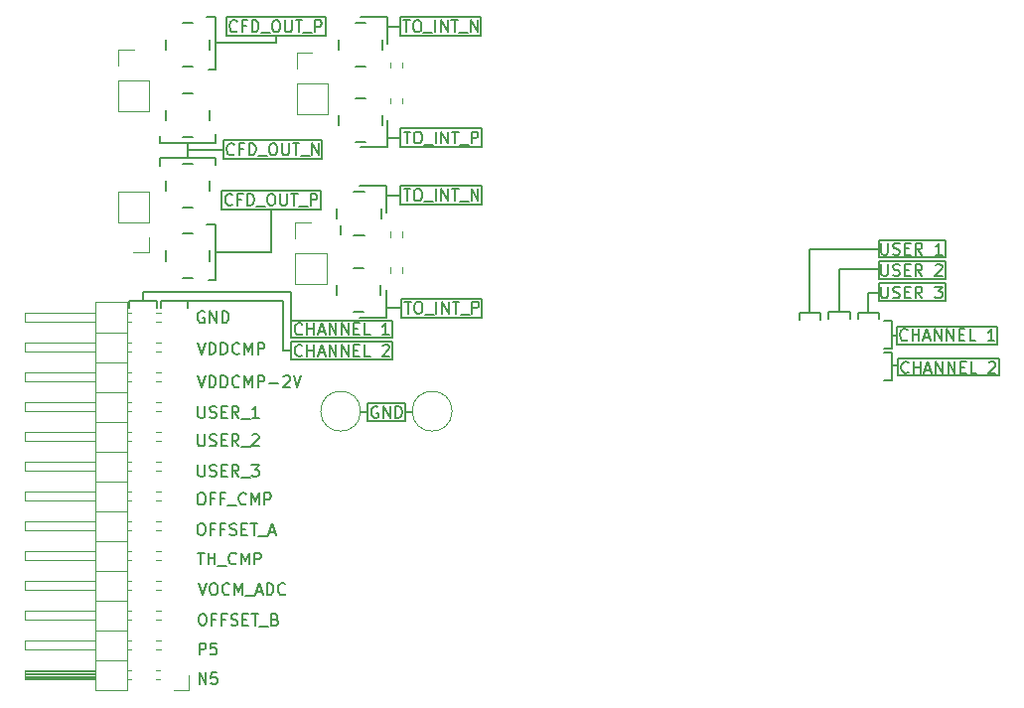
<source format=gbr>
%TF.GenerationSoftware,KiCad,Pcbnew,7.0.9*%
%TF.CreationDate,2024-07-19T10:23:14+02:00*%
%TF.ProjectId,signal_sniffer,7369676e-616c-45f7-936e-69666665722e,rev?*%
%TF.SameCoordinates,Original*%
%TF.FileFunction,Legend,Top*%
%TF.FilePolarity,Positive*%
%FSLAX46Y46*%
G04 Gerber Fmt 4.6, Leading zero omitted, Abs format (unit mm)*
G04 Created by KiCad (PCBNEW 7.0.9) date 2024-07-19 10:23:14*
%MOMM*%
%LPD*%
G01*
G04 APERTURE LIST*
%ADD10C,0.150000*%
%ADD11C,0.120000*%
%ADD12C,0.152400*%
G04 APERTURE END LIST*
D10*
X93000000Y-45650000D02*
X93400000Y-45650000D01*
X108800000Y-53800000D02*
X107700000Y-53800000D01*
X105300000Y-69100000D02*
X107600000Y-69100000D01*
X90600000Y-67700000D02*
X91800000Y-67700000D01*
X151100000Y-70650000D02*
X150700000Y-70650000D01*
X98200000Y-45100000D02*
X98200000Y-45600000D01*
X85700000Y-68300000D02*
X85700000Y-67700000D01*
X90650000Y-55500000D02*
X90650000Y-54200000D01*
X97200000Y-63550000D02*
X97800000Y-63550000D01*
X108800000Y-58700000D02*
X107700000Y-58700000D01*
X93000000Y-53450000D02*
X93000000Y-54150000D01*
X150700000Y-71800000D02*
X150000000Y-71800000D01*
X99500000Y-69600000D02*
X99500000Y-66900000D01*
X85700000Y-67700000D02*
X88000000Y-67700000D01*
X151100000Y-69900000D02*
X159700000Y-69900000D01*
X159700000Y-71400000D01*
X151100000Y-71400000D01*
X151100000Y-69900000D01*
X88350000Y-67700000D02*
X90650000Y-67700000D01*
X93000000Y-65900000D02*
X92400000Y-65900000D01*
X106000000Y-76400000D02*
X109200000Y-76400000D01*
X109200000Y-77900000D01*
X106000000Y-77900000D01*
X106000000Y-76400000D01*
X108750000Y-44300000D02*
X107700000Y-44300000D01*
X108850000Y-67500000D02*
X115750000Y-67500000D01*
X115750000Y-69100000D01*
X108850000Y-69100000D01*
X108850000Y-67500000D01*
X93400000Y-45650000D02*
X98200000Y-45650000D01*
X93550000Y-58300000D02*
X102050000Y-58300000D01*
X102050000Y-59900000D01*
X93550000Y-59900000D01*
X93550000Y-58300000D01*
X148700000Y-67000000D02*
X148700000Y-68700000D01*
X105400000Y-54600000D02*
X107700000Y-54600000D01*
X93000000Y-54200000D02*
X88300000Y-54200000D01*
X150700000Y-69400000D02*
X150700000Y-71800000D01*
X142800000Y-69300000D02*
X142800000Y-68750000D01*
X108850000Y-68300000D02*
X107600000Y-68300000D01*
X107700000Y-43600000D02*
X107700000Y-43500000D01*
X86850000Y-66900000D02*
X99500000Y-66900000D01*
X88000000Y-67700000D02*
X88000000Y-68300000D01*
X97800000Y-59900000D02*
X97800000Y-63550000D01*
X150000000Y-69400000D02*
X150700000Y-69400000D01*
X147100000Y-68650000D02*
X147100000Y-69200000D01*
X143700000Y-63300000D02*
X143700000Y-68750000D01*
X86850000Y-67700000D02*
X86850000Y-66900000D01*
X107700000Y-43500000D02*
X105400000Y-43500000D01*
X150700000Y-73200000D02*
X151200000Y-73200000D01*
X142800000Y-68750000D02*
X144600000Y-68750000D01*
X88300000Y-56200000D02*
X88300000Y-55500000D01*
X149550000Y-64300000D02*
X155250000Y-64300000D01*
X155250000Y-65800000D01*
X149550000Y-65800000D01*
X149550000Y-64300000D01*
X93000000Y-63550000D02*
X93400000Y-63550000D01*
X93950000Y-43500000D02*
X102450000Y-43500000D01*
X102450000Y-45100000D01*
X93950000Y-45100000D01*
X93950000Y-43500000D01*
X148225000Y-63300000D02*
X143700000Y-63300000D01*
X108800000Y-57900000D02*
X115700000Y-57900000D01*
X115700000Y-59500000D01*
X108800000Y-59500000D01*
X108800000Y-57900000D01*
X149550000Y-66200000D02*
X155250000Y-66200000D01*
X155250000Y-67700000D01*
X149550000Y-67700000D01*
X149550000Y-66200000D01*
X149600000Y-68700000D02*
X149600000Y-69250000D01*
X98800000Y-71950000D02*
X98800000Y-67700000D01*
X93000000Y-43500000D02*
X93000000Y-48000000D01*
X88350000Y-68300000D02*
X88350000Y-67700000D01*
X93400000Y-63550000D02*
X97200000Y-63550000D01*
X145300000Y-68650000D02*
X147100000Y-68650000D01*
X93000000Y-48000000D02*
X92400000Y-48000000D01*
X92300000Y-61200000D02*
X93000000Y-61200000D01*
X88300000Y-54200000D02*
X88300000Y-53600000D01*
X150700000Y-74500000D02*
X150000000Y-74500000D01*
X107600000Y-69100000D02*
X107600000Y-66800000D01*
X145300000Y-69200000D02*
X145300000Y-68650000D01*
X90650000Y-54800000D02*
X93700000Y-54800000D01*
X150000000Y-72100000D02*
X150700000Y-72100000D01*
X148225000Y-63300000D02*
X149575000Y-63300000D01*
X108750000Y-43500000D02*
X115650000Y-43500000D01*
X115650000Y-45100000D01*
X108750000Y-45100000D01*
X108750000Y-43500000D01*
X150700000Y-72100000D02*
X150700000Y-74500000D01*
X107700000Y-45800000D02*
X107700000Y-43600000D01*
X93000000Y-61200000D02*
X93000000Y-65900000D01*
X93700000Y-54000000D02*
X102100000Y-54000000D01*
X102100000Y-55600000D01*
X93700000Y-55600000D01*
X93700000Y-54000000D01*
X105300000Y-57900000D02*
X107600000Y-57900000D01*
X99500000Y-69400000D02*
X108100000Y-69400000D01*
X108100000Y-70850000D01*
X99500000Y-70850000D01*
X99500000Y-69400000D01*
X148700000Y-67000000D02*
X149550000Y-67000000D01*
X147800000Y-69250000D02*
X147800000Y-68700000D01*
X99500000Y-71200000D02*
X108100000Y-71200000D01*
X108100000Y-72700000D01*
X99500000Y-72700000D01*
X99500000Y-71200000D01*
X88300000Y-55500000D02*
X93000000Y-55500000D01*
X107600000Y-57900000D02*
X107600000Y-60200000D01*
X92300000Y-43500000D02*
X93000000Y-43500000D01*
X146200000Y-65000000D02*
X146200000Y-68650000D01*
X149550000Y-62500000D02*
X155250000Y-62500000D01*
X155250000Y-64000000D01*
X149550000Y-64000000D01*
X149550000Y-62500000D01*
X109200000Y-77150000D02*
X109800000Y-77150000D01*
X149500000Y-65000000D02*
X146225000Y-65000000D01*
X90650000Y-67700000D02*
X90650000Y-68300000D01*
X98800000Y-71950000D02*
X99500000Y-71950000D01*
X147800000Y-68700000D02*
X149600000Y-68700000D01*
X93000000Y-55500000D02*
X93000000Y-56100000D01*
X107700000Y-54600000D02*
X107700000Y-52300000D01*
X103700000Y-62000000D02*
X103700000Y-61300000D01*
X151200000Y-72625000D02*
X159800000Y-72625000D01*
X159800000Y-74075000D01*
X151200000Y-74075000D01*
X151200000Y-72625000D01*
X144600000Y-68750000D02*
X144600000Y-69300000D01*
X98800000Y-67700000D02*
X91800000Y-67700000D01*
X106000000Y-77150000D02*
X105400000Y-77150000D01*
X108800000Y-53000000D02*
X115700000Y-53000000D01*
X115700000Y-54600000D01*
X108800000Y-54600000D01*
X108800000Y-53000000D01*
X91593922Y-91769819D02*
X91927255Y-92769819D01*
X91927255Y-92769819D02*
X92260588Y-91769819D01*
X92784398Y-91769819D02*
X92974874Y-91769819D01*
X92974874Y-91769819D02*
X93070112Y-91817438D01*
X93070112Y-91817438D02*
X93165350Y-91912676D01*
X93165350Y-91912676D02*
X93212969Y-92103152D01*
X93212969Y-92103152D02*
X93212969Y-92436485D01*
X93212969Y-92436485D02*
X93165350Y-92626961D01*
X93165350Y-92626961D02*
X93070112Y-92722200D01*
X93070112Y-92722200D02*
X92974874Y-92769819D01*
X92974874Y-92769819D02*
X92784398Y-92769819D01*
X92784398Y-92769819D02*
X92689160Y-92722200D01*
X92689160Y-92722200D02*
X92593922Y-92626961D01*
X92593922Y-92626961D02*
X92546303Y-92436485D01*
X92546303Y-92436485D02*
X92546303Y-92103152D01*
X92546303Y-92103152D02*
X92593922Y-91912676D01*
X92593922Y-91912676D02*
X92689160Y-91817438D01*
X92689160Y-91817438D02*
X92784398Y-91769819D01*
X94212969Y-92674580D02*
X94165350Y-92722200D01*
X94165350Y-92722200D02*
X94022493Y-92769819D01*
X94022493Y-92769819D02*
X93927255Y-92769819D01*
X93927255Y-92769819D02*
X93784398Y-92722200D01*
X93784398Y-92722200D02*
X93689160Y-92626961D01*
X93689160Y-92626961D02*
X93641541Y-92531723D01*
X93641541Y-92531723D02*
X93593922Y-92341247D01*
X93593922Y-92341247D02*
X93593922Y-92198390D01*
X93593922Y-92198390D02*
X93641541Y-92007914D01*
X93641541Y-92007914D02*
X93689160Y-91912676D01*
X93689160Y-91912676D02*
X93784398Y-91817438D01*
X93784398Y-91817438D02*
X93927255Y-91769819D01*
X93927255Y-91769819D02*
X94022493Y-91769819D01*
X94022493Y-91769819D02*
X94165350Y-91817438D01*
X94165350Y-91817438D02*
X94212969Y-91865057D01*
X94641541Y-92769819D02*
X94641541Y-91769819D01*
X94641541Y-91769819D02*
X94974874Y-92484104D01*
X94974874Y-92484104D02*
X95308207Y-91769819D01*
X95308207Y-91769819D02*
X95308207Y-92769819D01*
X95546303Y-92865057D02*
X96308207Y-92865057D01*
X96498684Y-92484104D02*
X96974874Y-92484104D01*
X96403446Y-92769819D02*
X96736779Y-91769819D01*
X96736779Y-91769819D02*
X97070112Y-92769819D01*
X97403446Y-92769819D02*
X97403446Y-91769819D01*
X97403446Y-91769819D02*
X97641541Y-91769819D01*
X97641541Y-91769819D02*
X97784398Y-91817438D01*
X97784398Y-91817438D02*
X97879636Y-91912676D01*
X97879636Y-91912676D02*
X97927255Y-92007914D01*
X97927255Y-92007914D02*
X97974874Y-92198390D01*
X97974874Y-92198390D02*
X97974874Y-92341247D01*
X97974874Y-92341247D02*
X97927255Y-92531723D01*
X97927255Y-92531723D02*
X97879636Y-92626961D01*
X97879636Y-92626961D02*
X97784398Y-92722200D01*
X97784398Y-92722200D02*
X97641541Y-92769819D01*
X97641541Y-92769819D02*
X97403446Y-92769819D01*
X98974874Y-92674580D02*
X98927255Y-92722200D01*
X98927255Y-92722200D02*
X98784398Y-92769819D01*
X98784398Y-92769819D02*
X98689160Y-92769819D01*
X98689160Y-92769819D02*
X98546303Y-92722200D01*
X98546303Y-92722200D02*
X98451065Y-92626961D01*
X98451065Y-92626961D02*
X98403446Y-92531723D01*
X98403446Y-92531723D02*
X98355827Y-92341247D01*
X98355827Y-92341247D02*
X98355827Y-92198390D01*
X98355827Y-92198390D02*
X98403446Y-92007914D01*
X98403446Y-92007914D02*
X98451065Y-91912676D01*
X98451065Y-91912676D02*
X98546303Y-91817438D01*
X98546303Y-91817438D02*
X98689160Y-91769819D01*
X98689160Y-91769819D02*
X98784398Y-91769819D01*
X98784398Y-91769819D02*
X98927255Y-91817438D01*
X98927255Y-91817438D02*
X98974874Y-91865057D01*
X94608207Y-55174580D02*
X94560588Y-55222200D01*
X94560588Y-55222200D02*
X94417731Y-55269819D01*
X94417731Y-55269819D02*
X94322493Y-55269819D01*
X94322493Y-55269819D02*
X94179636Y-55222200D01*
X94179636Y-55222200D02*
X94084398Y-55126961D01*
X94084398Y-55126961D02*
X94036779Y-55031723D01*
X94036779Y-55031723D02*
X93989160Y-54841247D01*
X93989160Y-54841247D02*
X93989160Y-54698390D01*
X93989160Y-54698390D02*
X94036779Y-54507914D01*
X94036779Y-54507914D02*
X94084398Y-54412676D01*
X94084398Y-54412676D02*
X94179636Y-54317438D01*
X94179636Y-54317438D02*
X94322493Y-54269819D01*
X94322493Y-54269819D02*
X94417731Y-54269819D01*
X94417731Y-54269819D02*
X94560588Y-54317438D01*
X94560588Y-54317438D02*
X94608207Y-54365057D01*
X95370112Y-54746009D02*
X95036779Y-54746009D01*
X95036779Y-55269819D02*
X95036779Y-54269819D01*
X95036779Y-54269819D02*
X95512969Y-54269819D01*
X95893922Y-55269819D02*
X95893922Y-54269819D01*
X95893922Y-54269819D02*
X96132017Y-54269819D01*
X96132017Y-54269819D02*
X96274874Y-54317438D01*
X96274874Y-54317438D02*
X96370112Y-54412676D01*
X96370112Y-54412676D02*
X96417731Y-54507914D01*
X96417731Y-54507914D02*
X96465350Y-54698390D01*
X96465350Y-54698390D02*
X96465350Y-54841247D01*
X96465350Y-54841247D02*
X96417731Y-55031723D01*
X96417731Y-55031723D02*
X96370112Y-55126961D01*
X96370112Y-55126961D02*
X96274874Y-55222200D01*
X96274874Y-55222200D02*
X96132017Y-55269819D01*
X96132017Y-55269819D02*
X95893922Y-55269819D01*
X96655827Y-55365057D02*
X97417731Y-55365057D01*
X97846303Y-54269819D02*
X98036779Y-54269819D01*
X98036779Y-54269819D02*
X98132017Y-54317438D01*
X98132017Y-54317438D02*
X98227255Y-54412676D01*
X98227255Y-54412676D02*
X98274874Y-54603152D01*
X98274874Y-54603152D02*
X98274874Y-54936485D01*
X98274874Y-54936485D02*
X98227255Y-55126961D01*
X98227255Y-55126961D02*
X98132017Y-55222200D01*
X98132017Y-55222200D02*
X98036779Y-55269819D01*
X98036779Y-55269819D02*
X97846303Y-55269819D01*
X97846303Y-55269819D02*
X97751065Y-55222200D01*
X97751065Y-55222200D02*
X97655827Y-55126961D01*
X97655827Y-55126961D02*
X97608208Y-54936485D01*
X97608208Y-54936485D02*
X97608208Y-54603152D01*
X97608208Y-54603152D02*
X97655827Y-54412676D01*
X97655827Y-54412676D02*
X97751065Y-54317438D01*
X97751065Y-54317438D02*
X97846303Y-54269819D01*
X98703446Y-54269819D02*
X98703446Y-55079342D01*
X98703446Y-55079342D02*
X98751065Y-55174580D01*
X98751065Y-55174580D02*
X98798684Y-55222200D01*
X98798684Y-55222200D02*
X98893922Y-55269819D01*
X98893922Y-55269819D02*
X99084398Y-55269819D01*
X99084398Y-55269819D02*
X99179636Y-55222200D01*
X99179636Y-55222200D02*
X99227255Y-55174580D01*
X99227255Y-55174580D02*
X99274874Y-55079342D01*
X99274874Y-55079342D02*
X99274874Y-54269819D01*
X99608208Y-54269819D02*
X100179636Y-54269819D01*
X99893922Y-55269819D02*
X99893922Y-54269819D01*
X100274875Y-55365057D02*
X101036779Y-55365057D01*
X101274875Y-55269819D02*
X101274875Y-54269819D01*
X101274875Y-54269819D02*
X101846303Y-55269819D01*
X101846303Y-55269819D02*
X101846303Y-54269819D01*
X152108207Y-73774580D02*
X152060588Y-73822200D01*
X152060588Y-73822200D02*
X151917731Y-73869819D01*
X151917731Y-73869819D02*
X151822493Y-73869819D01*
X151822493Y-73869819D02*
X151679636Y-73822200D01*
X151679636Y-73822200D02*
X151584398Y-73726961D01*
X151584398Y-73726961D02*
X151536779Y-73631723D01*
X151536779Y-73631723D02*
X151489160Y-73441247D01*
X151489160Y-73441247D02*
X151489160Y-73298390D01*
X151489160Y-73298390D02*
X151536779Y-73107914D01*
X151536779Y-73107914D02*
X151584398Y-73012676D01*
X151584398Y-73012676D02*
X151679636Y-72917438D01*
X151679636Y-72917438D02*
X151822493Y-72869819D01*
X151822493Y-72869819D02*
X151917731Y-72869819D01*
X151917731Y-72869819D02*
X152060588Y-72917438D01*
X152060588Y-72917438D02*
X152108207Y-72965057D01*
X152536779Y-73869819D02*
X152536779Y-72869819D01*
X152536779Y-73346009D02*
X153108207Y-73346009D01*
X153108207Y-73869819D02*
X153108207Y-72869819D01*
X153536779Y-73584104D02*
X154012969Y-73584104D01*
X153441541Y-73869819D02*
X153774874Y-72869819D01*
X153774874Y-72869819D02*
X154108207Y-73869819D01*
X154441541Y-73869819D02*
X154441541Y-72869819D01*
X154441541Y-72869819D02*
X155012969Y-73869819D01*
X155012969Y-73869819D02*
X155012969Y-72869819D01*
X155489160Y-73869819D02*
X155489160Y-72869819D01*
X155489160Y-72869819D02*
X156060588Y-73869819D01*
X156060588Y-73869819D02*
X156060588Y-72869819D01*
X156536779Y-73346009D02*
X156870112Y-73346009D01*
X157012969Y-73869819D02*
X156536779Y-73869819D01*
X156536779Y-73869819D02*
X156536779Y-72869819D01*
X156536779Y-72869819D02*
X157012969Y-72869819D01*
X157917731Y-73869819D02*
X157441541Y-73869819D01*
X157441541Y-73869819D02*
X157441541Y-72869819D01*
X158965351Y-72965057D02*
X159012970Y-72917438D01*
X159012970Y-72917438D02*
X159108208Y-72869819D01*
X159108208Y-72869819D02*
X159346303Y-72869819D01*
X159346303Y-72869819D02*
X159441541Y-72917438D01*
X159441541Y-72917438D02*
X159489160Y-72965057D01*
X159489160Y-72965057D02*
X159536779Y-73060295D01*
X159536779Y-73060295D02*
X159536779Y-73155533D01*
X159536779Y-73155533D02*
X159489160Y-73298390D01*
X159489160Y-73298390D02*
X158917732Y-73869819D01*
X158917732Y-73869819D02*
X159536779Y-73869819D01*
X106860588Y-76717438D02*
X106765350Y-76669819D01*
X106765350Y-76669819D02*
X106622493Y-76669819D01*
X106622493Y-76669819D02*
X106479636Y-76717438D01*
X106479636Y-76717438D02*
X106384398Y-76812676D01*
X106384398Y-76812676D02*
X106336779Y-76907914D01*
X106336779Y-76907914D02*
X106289160Y-77098390D01*
X106289160Y-77098390D02*
X106289160Y-77241247D01*
X106289160Y-77241247D02*
X106336779Y-77431723D01*
X106336779Y-77431723D02*
X106384398Y-77526961D01*
X106384398Y-77526961D02*
X106479636Y-77622200D01*
X106479636Y-77622200D02*
X106622493Y-77669819D01*
X106622493Y-77669819D02*
X106717731Y-77669819D01*
X106717731Y-77669819D02*
X106860588Y-77622200D01*
X106860588Y-77622200D02*
X106908207Y-77574580D01*
X106908207Y-77574580D02*
X106908207Y-77241247D01*
X106908207Y-77241247D02*
X106717731Y-77241247D01*
X107336779Y-77669819D02*
X107336779Y-76669819D01*
X107336779Y-76669819D02*
X107908207Y-77669819D01*
X107908207Y-77669819D02*
X107908207Y-76669819D01*
X108384398Y-77669819D02*
X108384398Y-76669819D01*
X108384398Y-76669819D02*
X108622493Y-76669819D01*
X108622493Y-76669819D02*
X108765350Y-76717438D01*
X108765350Y-76717438D02*
X108860588Y-76812676D01*
X108860588Y-76812676D02*
X108908207Y-76907914D01*
X108908207Y-76907914D02*
X108955826Y-77098390D01*
X108955826Y-77098390D02*
X108955826Y-77241247D01*
X108955826Y-77241247D02*
X108908207Y-77431723D01*
X108908207Y-77431723D02*
X108860588Y-77526961D01*
X108860588Y-77526961D02*
X108765350Y-77622200D01*
X108765350Y-77622200D02*
X108622493Y-77669819D01*
X108622493Y-77669819D02*
X108384398Y-77669819D01*
X91727255Y-84069819D02*
X91917731Y-84069819D01*
X91917731Y-84069819D02*
X92012969Y-84117438D01*
X92012969Y-84117438D02*
X92108207Y-84212676D01*
X92108207Y-84212676D02*
X92155826Y-84403152D01*
X92155826Y-84403152D02*
X92155826Y-84736485D01*
X92155826Y-84736485D02*
X92108207Y-84926961D01*
X92108207Y-84926961D02*
X92012969Y-85022200D01*
X92012969Y-85022200D02*
X91917731Y-85069819D01*
X91917731Y-85069819D02*
X91727255Y-85069819D01*
X91727255Y-85069819D02*
X91632017Y-85022200D01*
X91632017Y-85022200D02*
X91536779Y-84926961D01*
X91536779Y-84926961D02*
X91489160Y-84736485D01*
X91489160Y-84736485D02*
X91489160Y-84403152D01*
X91489160Y-84403152D02*
X91536779Y-84212676D01*
X91536779Y-84212676D02*
X91632017Y-84117438D01*
X91632017Y-84117438D02*
X91727255Y-84069819D01*
X92917731Y-84546009D02*
X92584398Y-84546009D01*
X92584398Y-85069819D02*
X92584398Y-84069819D01*
X92584398Y-84069819D02*
X93060588Y-84069819D01*
X93774874Y-84546009D02*
X93441541Y-84546009D01*
X93441541Y-85069819D02*
X93441541Y-84069819D01*
X93441541Y-84069819D02*
X93917731Y-84069819D01*
X94060589Y-85165057D02*
X94822493Y-85165057D01*
X95632017Y-84974580D02*
X95584398Y-85022200D01*
X95584398Y-85022200D02*
X95441541Y-85069819D01*
X95441541Y-85069819D02*
X95346303Y-85069819D01*
X95346303Y-85069819D02*
X95203446Y-85022200D01*
X95203446Y-85022200D02*
X95108208Y-84926961D01*
X95108208Y-84926961D02*
X95060589Y-84831723D01*
X95060589Y-84831723D02*
X95012970Y-84641247D01*
X95012970Y-84641247D02*
X95012970Y-84498390D01*
X95012970Y-84498390D02*
X95060589Y-84307914D01*
X95060589Y-84307914D02*
X95108208Y-84212676D01*
X95108208Y-84212676D02*
X95203446Y-84117438D01*
X95203446Y-84117438D02*
X95346303Y-84069819D01*
X95346303Y-84069819D02*
X95441541Y-84069819D01*
X95441541Y-84069819D02*
X95584398Y-84117438D01*
X95584398Y-84117438D02*
X95632017Y-84165057D01*
X96060589Y-85069819D02*
X96060589Y-84069819D01*
X96060589Y-84069819D02*
X96393922Y-84784104D01*
X96393922Y-84784104D02*
X96727255Y-84069819D01*
X96727255Y-84069819D02*
X96727255Y-85069819D01*
X97203446Y-85069819D02*
X97203446Y-84069819D01*
X97203446Y-84069819D02*
X97584398Y-84069819D01*
X97584398Y-84069819D02*
X97679636Y-84117438D01*
X97679636Y-84117438D02*
X97727255Y-84165057D01*
X97727255Y-84165057D02*
X97774874Y-84260295D01*
X97774874Y-84260295D02*
X97774874Y-84403152D01*
X97774874Y-84403152D02*
X97727255Y-84498390D01*
X97727255Y-84498390D02*
X97679636Y-84546009D01*
X97679636Y-84546009D02*
X97584398Y-84593628D01*
X97584398Y-84593628D02*
X97203446Y-84593628D01*
X109043922Y-43769819D02*
X109615350Y-43769819D01*
X109329636Y-44769819D02*
X109329636Y-43769819D01*
X110139160Y-43769819D02*
X110329636Y-43769819D01*
X110329636Y-43769819D02*
X110424874Y-43817438D01*
X110424874Y-43817438D02*
X110520112Y-43912676D01*
X110520112Y-43912676D02*
X110567731Y-44103152D01*
X110567731Y-44103152D02*
X110567731Y-44436485D01*
X110567731Y-44436485D02*
X110520112Y-44626961D01*
X110520112Y-44626961D02*
X110424874Y-44722200D01*
X110424874Y-44722200D02*
X110329636Y-44769819D01*
X110329636Y-44769819D02*
X110139160Y-44769819D01*
X110139160Y-44769819D02*
X110043922Y-44722200D01*
X110043922Y-44722200D02*
X109948684Y-44626961D01*
X109948684Y-44626961D02*
X109901065Y-44436485D01*
X109901065Y-44436485D02*
X109901065Y-44103152D01*
X109901065Y-44103152D02*
X109948684Y-43912676D01*
X109948684Y-43912676D02*
X110043922Y-43817438D01*
X110043922Y-43817438D02*
X110139160Y-43769819D01*
X110758208Y-44865057D02*
X111520112Y-44865057D01*
X111758208Y-44769819D02*
X111758208Y-43769819D01*
X112234398Y-44769819D02*
X112234398Y-43769819D01*
X112234398Y-43769819D02*
X112805826Y-44769819D01*
X112805826Y-44769819D02*
X112805826Y-43769819D01*
X113139160Y-43769819D02*
X113710588Y-43769819D01*
X113424874Y-44769819D02*
X113424874Y-43769819D01*
X113805827Y-44865057D02*
X114567731Y-44865057D01*
X114805827Y-44769819D02*
X114805827Y-43769819D01*
X114805827Y-43769819D02*
X115377255Y-44769819D01*
X115377255Y-44769819D02*
X115377255Y-43769819D01*
X91493922Y-71269819D02*
X91827255Y-72269819D01*
X91827255Y-72269819D02*
X92160588Y-71269819D01*
X92493922Y-72269819D02*
X92493922Y-71269819D01*
X92493922Y-71269819D02*
X92732017Y-71269819D01*
X92732017Y-71269819D02*
X92874874Y-71317438D01*
X92874874Y-71317438D02*
X92970112Y-71412676D01*
X92970112Y-71412676D02*
X93017731Y-71507914D01*
X93017731Y-71507914D02*
X93065350Y-71698390D01*
X93065350Y-71698390D02*
X93065350Y-71841247D01*
X93065350Y-71841247D02*
X93017731Y-72031723D01*
X93017731Y-72031723D02*
X92970112Y-72126961D01*
X92970112Y-72126961D02*
X92874874Y-72222200D01*
X92874874Y-72222200D02*
X92732017Y-72269819D01*
X92732017Y-72269819D02*
X92493922Y-72269819D01*
X93493922Y-72269819D02*
X93493922Y-71269819D01*
X93493922Y-71269819D02*
X93732017Y-71269819D01*
X93732017Y-71269819D02*
X93874874Y-71317438D01*
X93874874Y-71317438D02*
X93970112Y-71412676D01*
X93970112Y-71412676D02*
X94017731Y-71507914D01*
X94017731Y-71507914D02*
X94065350Y-71698390D01*
X94065350Y-71698390D02*
X94065350Y-71841247D01*
X94065350Y-71841247D02*
X94017731Y-72031723D01*
X94017731Y-72031723D02*
X93970112Y-72126961D01*
X93970112Y-72126961D02*
X93874874Y-72222200D01*
X93874874Y-72222200D02*
X93732017Y-72269819D01*
X93732017Y-72269819D02*
X93493922Y-72269819D01*
X95065350Y-72174580D02*
X95017731Y-72222200D01*
X95017731Y-72222200D02*
X94874874Y-72269819D01*
X94874874Y-72269819D02*
X94779636Y-72269819D01*
X94779636Y-72269819D02*
X94636779Y-72222200D01*
X94636779Y-72222200D02*
X94541541Y-72126961D01*
X94541541Y-72126961D02*
X94493922Y-72031723D01*
X94493922Y-72031723D02*
X94446303Y-71841247D01*
X94446303Y-71841247D02*
X94446303Y-71698390D01*
X94446303Y-71698390D02*
X94493922Y-71507914D01*
X94493922Y-71507914D02*
X94541541Y-71412676D01*
X94541541Y-71412676D02*
X94636779Y-71317438D01*
X94636779Y-71317438D02*
X94779636Y-71269819D01*
X94779636Y-71269819D02*
X94874874Y-71269819D01*
X94874874Y-71269819D02*
X95017731Y-71317438D01*
X95017731Y-71317438D02*
X95065350Y-71365057D01*
X95493922Y-72269819D02*
X95493922Y-71269819D01*
X95493922Y-71269819D02*
X95827255Y-71984104D01*
X95827255Y-71984104D02*
X96160588Y-71269819D01*
X96160588Y-71269819D02*
X96160588Y-72269819D01*
X96636779Y-72269819D02*
X96636779Y-71269819D01*
X96636779Y-71269819D02*
X97017731Y-71269819D01*
X97017731Y-71269819D02*
X97112969Y-71317438D01*
X97112969Y-71317438D02*
X97160588Y-71365057D01*
X97160588Y-71365057D02*
X97208207Y-71460295D01*
X97208207Y-71460295D02*
X97208207Y-71603152D01*
X97208207Y-71603152D02*
X97160588Y-71698390D01*
X97160588Y-71698390D02*
X97112969Y-71746009D01*
X97112969Y-71746009D02*
X97017731Y-71793628D01*
X97017731Y-71793628D02*
X96636779Y-71793628D01*
X91727255Y-86669819D02*
X91917731Y-86669819D01*
X91917731Y-86669819D02*
X92012969Y-86717438D01*
X92012969Y-86717438D02*
X92108207Y-86812676D01*
X92108207Y-86812676D02*
X92155826Y-87003152D01*
X92155826Y-87003152D02*
X92155826Y-87336485D01*
X92155826Y-87336485D02*
X92108207Y-87526961D01*
X92108207Y-87526961D02*
X92012969Y-87622200D01*
X92012969Y-87622200D02*
X91917731Y-87669819D01*
X91917731Y-87669819D02*
X91727255Y-87669819D01*
X91727255Y-87669819D02*
X91632017Y-87622200D01*
X91632017Y-87622200D02*
X91536779Y-87526961D01*
X91536779Y-87526961D02*
X91489160Y-87336485D01*
X91489160Y-87336485D02*
X91489160Y-87003152D01*
X91489160Y-87003152D02*
X91536779Y-86812676D01*
X91536779Y-86812676D02*
X91632017Y-86717438D01*
X91632017Y-86717438D02*
X91727255Y-86669819D01*
X92917731Y-87146009D02*
X92584398Y-87146009D01*
X92584398Y-87669819D02*
X92584398Y-86669819D01*
X92584398Y-86669819D02*
X93060588Y-86669819D01*
X93774874Y-87146009D02*
X93441541Y-87146009D01*
X93441541Y-87669819D02*
X93441541Y-86669819D01*
X93441541Y-86669819D02*
X93917731Y-86669819D01*
X94251065Y-87622200D02*
X94393922Y-87669819D01*
X94393922Y-87669819D02*
X94632017Y-87669819D01*
X94632017Y-87669819D02*
X94727255Y-87622200D01*
X94727255Y-87622200D02*
X94774874Y-87574580D01*
X94774874Y-87574580D02*
X94822493Y-87479342D01*
X94822493Y-87479342D02*
X94822493Y-87384104D01*
X94822493Y-87384104D02*
X94774874Y-87288866D01*
X94774874Y-87288866D02*
X94727255Y-87241247D01*
X94727255Y-87241247D02*
X94632017Y-87193628D01*
X94632017Y-87193628D02*
X94441541Y-87146009D01*
X94441541Y-87146009D02*
X94346303Y-87098390D01*
X94346303Y-87098390D02*
X94298684Y-87050771D01*
X94298684Y-87050771D02*
X94251065Y-86955533D01*
X94251065Y-86955533D02*
X94251065Y-86860295D01*
X94251065Y-86860295D02*
X94298684Y-86765057D01*
X94298684Y-86765057D02*
X94346303Y-86717438D01*
X94346303Y-86717438D02*
X94441541Y-86669819D01*
X94441541Y-86669819D02*
X94679636Y-86669819D01*
X94679636Y-86669819D02*
X94822493Y-86717438D01*
X95251065Y-87146009D02*
X95584398Y-87146009D01*
X95727255Y-87669819D02*
X95251065Y-87669819D01*
X95251065Y-87669819D02*
X95251065Y-86669819D01*
X95251065Y-86669819D02*
X95727255Y-86669819D01*
X96012970Y-86669819D02*
X96584398Y-86669819D01*
X96298684Y-87669819D02*
X96298684Y-86669819D01*
X96679637Y-87765057D02*
X97441541Y-87765057D01*
X97632018Y-87384104D02*
X98108208Y-87384104D01*
X97536780Y-87669819D02*
X97870113Y-86669819D01*
X97870113Y-86669819D02*
X98203446Y-87669819D01*
X94858207Y-44674580D02*
X94810588Y-44722200D01*
X94810588Y-44722200D02*
X94667731Y-44769819D01*
X94667731Y-44769819D02*
X94572493Y-44769819D01*
X94572493Y-44769819D02*
X94429636Y-44722200D01*
X94429636Y-44722200D02*
X94334398Y-44626961D01*
X94334398Y-44626961D02*
X94286779Y-44531723D01*
X94286779Y-44531723D02*
X94239160Y-44341247D01*
X94239160Y-44341247D02*
X94239160Y-44198390D01*
X94239160Y-44198390D02*
X94286779Y-44007914D01*
X94286779Y-44007914D02*
X94334398Y-43912676D01*
X94334398Y-43912676D02*
X94429636Y-43817438D01*
X94429636Y-43817438D02*
X94572493Y-43769819D01*
X94572493Y-43769819D02*
X94667731Y-43769819D01*
X94667731Y-43769819D02*
X94810588Y-43817438D01*
X94810588Y-43817438D02*
X94858207Y-43865057D01*
X95620112Y-44246009D02*
X95286779Y-44246009D01*
X95286779Y-44769819D02*
X95286779Y-43769819D01*
X95286779Y-43769819D02*
X95762969Y-43769819D01*
X96143922Y-44769819D02*
X96143922Y-43769819D01*
X96143922Y-43769819D02*
X96382017Y-43769819D01*
X96382017Y-43769819D02*
X96524874Y-43817438D01*
X96524874Y-43817438D02*
X96620112Y-43912676D01*
X96620112Y-43912676D02*
X96667731Y-44007914D01*
X96667731Y-44007914D02*
X96715350Y-44198390D01*
X96715350Y-44198390D02*
X96715350Y-44341247D01*
X96715350Y-44341247D02*
X96667731Y-44531723D01*
X96667731Y-44531723D02*
X96620112Y-44626961D01*
X96620112Y-44626961D02*
X96524874Y-44722200D01*
X96524874Y-44722200D02*
X96382017Y-44769819D01*
X96382017Y-44769819D02*
X96143922Y-44769819D01*
X96905827Y-44865057D02*
X97667731Y-44865057D01*
X98096303Y-43769819D02*
X98286779Y-43769819D01*
X98286779Y-43769819D02*
X98382017Y-43817438D01*
X98382017Y-43817438D02*
X98477255Y-43912676D01*
X98477255Y-43912676D02*
X98524874Y-44103152D01*
X98524874Y-44103152D02*
X98524874Y-44436485D01*
X98524874Y-44436485D02*
X98477255Y-44626961D01*
X98477255Y-44626961D02*
X98382017Y-44722200D01*
X98382017Y-44722200D02*
X98286779Y-44769819D01*
X98286779Y-44769819D02*
X98096303Y-44769819D01*
X98096303Y-44769819D02*
X98001065Y-44722200D01*
X98001065Y-44722200D02*
X97905827Y-44626961D01*
X97905827Y-44626961D02*
X97858208Y-44436485D01*
X97858208Y-44436485D02*
X97858208Y-44103152D01*
X97858208Y-44103152D02*
X97905827Y-43912676D01*
X97905827Y-43912676D02*
X98001065Y-43817438D01*
X98001065Y-43817438D02*
X98096303Y-43769819D01*
X98953446Y-43769819D02*
X98953446Y-44579342D01*
X98953446Y-44579342D02*
X99001065Y-44674580D01*
X99001065Y-44674580D02*
X99048684Y-44722200D01*
X99048684Y-44722200D02*
X99143922Y-44769819D01*
X99143922Y-44769819D02*
X99334398Y-44769819D01*
X99334398Y-44769819D02*
X99429636Y-44722200D01*
X99429636Y-44722200D02*
X99477255Y-44674580D01*
X99477255Y-44674580D02*
X99524874Y-44579342D01*
X99524874Y-44579342D02*
X99524874Y-43769819D01*
X99858208Y-43769819D02*
X100429636Y-43769819D01*
X100143922Y-44769819D02*
X100143922Y-43769819D01*
X100524875Y-44865057D02*
X101286779Y-44865057D01*
X101524875Y-44769819D02*
X101524875Y-43769819D01*
X101524875Y-43769819D02*
X101905827Y-43769819D01*
X101905827Y-43769819D02*
X102001065Y-43817438D01*
X102001065Y-43817438D02*
X102048684Y-43865057D01*
X102048684Y-43865057D02*
X102096303Y-43960295D01*
X102096303Y-43960295D02*
X102096303Y-44103152D01*
X102096303Y-44103152D02*
X102048684Y-44198390D01*
X102048684Y-44198390D02*
X102001065Y-44246009D01*
X102001065Y-44246009D02*
X101905827Y-44293628D01*
X101905827Y-44293628D02*
X101524875Y-44293628D01*
X91493922Y-74069819D02*
X91827255Y-75069819D01*
X91827255Y-75069819D02*
X92160588Y-74069819D01*
X92493922Y-75069819D02*
X92493922Y-74069819D01*
X92493922Y-74069819D02*
X92732017Y-74069819D01*
X92732017Y-74069819D02*
X92874874Y-74117438D01*
X92874874Y-74117438D02*
X92970112Y-74212676D01*
X92970112Y-74212676D02*
X93017731Y-74307914D01*
X93017731Y-74307914D02*
X93065350Y-74498390D01*
X93065350Y-74498390D02*
X93065350Y-74641247D01*
X93065350Y-74641247D02*
X93017731Y-74831723D01*
X93017731Y-74831723D02*
X92970112Y-74926961D01*
X92970112Y-74926961D02*
X92874874Y-75022200D01*
X92874874Y-75022200D02*
X92732017Y-75069819D01*
X92732017Y-75069819D02*
X92493922Y-75069819D01*
X93493922Y-75069819D02*
X93493922Y-74069819D01*
X93493922Y-74069819D02*
X93732017Y-74069819D01*
X93732017Y-74069819D02*
X93874874Y-74117438D01*
X93874874Y-74117438D02*
X93970112Y-74212676D01*
X93970112Y-74212676D02*
X94017731Y-74307914D01*
X94017731Y-74307914D02*
X94065350Y-74498390D01*
X94065350Y-74498390D02*
X94065350Y-74641247D01*
X94065350Y-74641247D02*
X94017731Y-74831723D01*
X94017731Y-74831723D02*
X93970112Y-74926961D01*
X93970112Y-74926961D02*
X93874874Y-75022200D01*
X93874874Y-75022200D02*
X93732017Y-75069819D01*
X93732017Y-75069819D02*
X93493922Y-75069819D01*
X95065350Y-74974580D02*
X95017731Y-75022200D01*
X95017731Y-75022200D02*
X94874874Y-75069819D01*
X94874874Y-75069819D02*
X94779636Y-75069819D01*
X94779636Y-75069819D02*
X94636779Y-75022200D01*
X94636779Y-75022200D02*
X94541541Y-74926961D01*
X94541541Y-74926961D02*
X94493922Y-74831723D01*
X94493922Y-74831723D02*
X94446303Y-74641247D01*
X94446303Y-74641247D02*
X94446303Y-74498390D01*
X94446303Y-74498390D02*
X94493922Y-74307914D01*
X94493922Y-74307914D02*
X94541541Y-74212676D01*
X94541541Y-74212676D02*
X94636779Y-74117438D01*
X94636779Y-74117438D02*
X94779636Y-74069819D01*
X94779636Y-74069819D02*
X94874874Y-74069819D01*
X94874874Y-74069819D02*
X95017731Y-74117438D01*
X95017731Y-74117438D02*
X95065350Y-74165057D01*
X95493922Y-75069819D02*
X95493922Y-74069819D01*
X95493922Y-74069819D02*
X95827255Y-74784104D01*
X95827255Y-74784104D02*
X96160588Y-74069819D01*
X96160588Y-74069819D02*
X96160588Y-75069819D01*
X96636779Y-75069819D02*
X96636779Y-74069819D01*
X96636779Y-74069819D02*
X97017731Y-74069819D01*
X97017731Y-74069819D02*
X97112969Y-74117438D01*
X97112969Y-74117438D02*
X97160588Y-74165057D01*
X97160588Y-74165057D02*
X97208207Y-74260295D01*
X97208207Y-74260295D02*
X97208207Y-74403152D01*
X97208207Y-74403152D02*
X97160588Y-74498390D01*
X97160588Y-74498390D02*
X97112969Y-74546009D01*
X97112969Y-74546009D02*
X97017731Y-74593628D01*
X97017731Y-74593628D02*
X96636779Y-74593628D01*
X97636779Y-74688866D02*
X98398684Y-74688866D01*
X98827255Y-74165057D02*
X98874874Y-74117438D01*
X98874874Y-74117438D02*
X98970112Y-74069819D01*
X98970112Y-74069819D02*
X99208207Y-74069819D01*
X99208207Y-74069819D02*
X99303445Y-74117438D01*
X99303445Y-74117438D02*
X99351064Y-74165057D01*
X99351064Y-74165057D02*
X99398683Y-74260295D01*
X99398683Y-74260295D02*
X99398683Y-74355533D01*
X99398683Y-74355533D02*
X99351064Y-74498390D01*
X99351064Y-74498390D02*
X98779636Y-75069819D01*
X98779636Y-75069819D02*
X99398683Y-75069819D01*
X99684398Y-74069819D02*
X100017731Y-75069819D01*
X100017731Y-75069819D02*
X100351064Y-74069819D01*
X91536779Y-76669819D02*
X91536779Y-77479342D01*
X91536779Y-77479342D02*
X91584398Y-77574580D01*
X91584398Y-77574580D02*
X91632017Y-77622200D01*
X91632017Y-77622200D02*
X91727255Y-77669819D01*
X91727255Y-77669819D02*
X91917731Y-77669819D01*
X91917731Y-77669819D02*
X92012969Y-77622200D01*
X92012969Y-77622200D02*
X92060588Y-77574580D01*
X92060588Y-77574580D02*
X92108207Y-77479342D01*
X92108207Y-77479342D02*
X92108207Y-76669819D01*
X92536779Y-77622200D02*
X92679636Y-77669819D01*
X92679636Y-77669819D02*
X92917731Y-77669819D01*
X92917731Y-77669819D02*
X93012969Y-77622200D01*
X93012969Y-77622200D02*
X93060588Y-77574580D01*
X93060588Y-77574580D02*
X93108207Y-77479342D01*
X93108207Y-77479342D02*
X93108207Y-77384104D01*
X93108207Y-77384104D02*
X93060588Y-77288866D01*
X93060588Y-77288866D02*
X93012969Y-77241247D01*
X93012969Y-77241247D02*
X92917731Y-77193628D01*
X92917731Y-77193628D02*
X92727255Y-77146009D01*
X92727255Y-77146009D02*
X92632017Y-77098390D01*
X92632017Y-77098390D02*
X92584398Y-77050771D01*
X92584398Y-77050771D02*
X92536779Y-76955533D01*
X92536779Y-76955533D02*
X92536779Y-76860295D01*
X92536779Y-76860295D02*
X92584398Y-76765057D01*
X92584398Y-76765057D02*
X92632017Y-76717438D01*
X92632017Y-76717438D02*
X92727255Y-76669819D01*
X92727255Y-76669819D02*
X92965350Y-76669819D01*
X92965350Y-76669819D02*
X93108207Y-76717438D01*
X93536779Y-77146009D02*
X93870112Y-77146009D01*
X94012969Y-77669819D02*
X93536779Y-77669819D01*
X93536779Y-77669819D02*
X93536779Y-76669819D01*
X93536779Y-76669819D02*
X94012969Y-76669819D01*
X95012969Y-77669819D02*
X94679636Y-77193628D01*
X94441541Y-77669819D02*
X94441541Y-76669819D01*
X94441541Y-76669819D02*
X94822493Y-76669819D01*
X94822493Y-76669819D02*
X94917731Y-76717438D01*
X94917731Y-76717438D02*
X94965350Y-76765057D01*
X94965350Y-76765057D02*
X95012969Y-76860295D01*
X95012969Y-76860295D02*
X95012969Y-77003152D01*
X95012969Y-77003152D02*
X94965350Y-77098390D01*
X94965350Y-77098390D02*
X94917731Y-77146009D01*
X94917731Y-77146009D02*
X94822493Y-77193628D01*
X94822493Y-77193628D02*
X94441541Y-77193628D01*
X95203446Y-77765057D02*
X95965350Y-77765057D01*
X96727255Y-77669819D02*
X96155827Y-77669819D01*
X96441541Y-77669819D02*
X96441541Y-76669819D01*
X96441541Y-76669819D02*
X96346303Y-76812676D01*
X96346303Y-76812676D02*
X96251065Y-76907914D01*
X96251065Y-76907914D02*
X96155827Y-76955533D01*
X149786779Y-66469819D02*
X149786779Y-67279342D01*
X149786779Y-67279342D02*
X149834398Y-67374580D01*
X149834398Y-67374580D02*
X149882017Y-67422200D01*
X149882017Y-67422200D02*
X149977255Y-67469819D01*
X149977255Y-67469819D02*
X150167731Y-67469819D01*
X150167731Y-67469819D02*
X150262969Y-67422200D01*
X150262969Y-67422200D02*
X150310588Y-67374580D01*
X150310588Y-67374580D02*
X150358207Y-67279342D01*
X150358207Y-67279342D02*
X150358207Y-66469819D01*
X150786779Y-67422200D02*
X150929636Y-67469819D01*
X150929636Y-67469819D02*
X151167731Y-67469819D01*
X151167731Y-67469819D02*
X151262969Y-67422200D01*
X151262969Y-67422200D02*
X151310588Y-67374580D01*
X151310588Y-67374580D02*
X151358207Y-67279342D01*
X151358207Y-67279342D02*
X151358207Y-67184104D01*
X151358207Y-67184104D02*
X151310588Y-67088866D01*
X151310588Y-67088866D02*
X151262969Y-67041247D01*
X151262969Y-67041247D02*
X151167731Y-66993628D01*
X151167731Y-66993628D02*
X150977255Y-66946009D01*
X150977255Y-66946009D02*
X150882017Y-66898390D01*
X150882017Y-66898390D02*
X150834398Y-66850771D01*
X150834398Y-66850771D02*
X150786779Y-66755533D01*
X150786779Y-66755533D02*
X150786779Y-66660295D01*
X150786779Y-66660295D02*
X150834398Y-66565057D01*
X150834398Y-66565057D02*
X150882017Y-66517438D01*
X150882017Y-66517438D02*
X150977255Y-66469819D01*
X150977255Y-66469819D02*
X151215350Y-66469819D01*
X151215350Y-66469819D02*
X151358207Y-66517438D01*
X151786779Y-66946009D02*
X152120112Y-66946009D01*
X152262969Y-67469819D02*
X151786779Y-67469819D01*
X151786779Y-67469819D02*
X151786779Y-66469819D01*
X151786779Y-66469819D02*
X152262969Y-66469819D01*
X153262969Y-67469819D02*
X152929636Y-66993628D01*
X152691541Y-67469819D02*
X152691541Y-66469819D01*
X152691541Y-66469819D02*
X153072493Y-66469819D01*
X153072493Y-66469819D02*
X153167731Y-66517438D01*
X153167731Y-66517438D02*
X153215350Y-66565057D01*
X153215350Y-66565057D02*
X153262969Y-66660295D01*
X153262969Y-66660295D02*
X153262969Y-66803152D01*
X153262969Y-66803152D02*
X153215350Y-66898390D01*
X153215350Y-66898390D02*
X153167731Y-66946009D01*
X153167731Y-66946009D02*
X153072493Y-66993628D01*
X153072493Y-66993628D02*
X152691541Y-66993628D01*
X154358208Y-66469819D02*
X154977255Y-66469819D01*
X154977255Y-66469819D02*
X154643922Y-66850771D01*
X154643922Y-66850771D02*
X154786779Y-66850771D01*
X154786779Y-66850771D02*
X154882017Y-66898390D01*
X154882017Y-66898390D02*
X154929636Y-66946009D01*
X154929636Y-66946009D02*
X154977255Y-67041247D01*
X154977255Y-67041247D02*
X154977255Y-67279342D01*
X154977255Y-67279342D02*
X154929636Y-67374580D01*
X154929636Y-67374580D02*
X154882017Y-67422200D01*
X154882017Y-67422200D02*
X154786779Y-67469819D01*
X154786779Y-67469819D02*
X154501065Y-67469819D01*
X154501065Y-67469819D02*
X154405827Y-67422200D01*
X154405827Y-67422200D02*
X154358208Y-67374580D01*
X149786779Y-64569819D02*
X149786779Y-65379342D01*
X149786779Y-65379342D02*
X149834398Y-65474580D01*
X149834398Y-65474580D02*
X149882017Y-65522200D01*
X149882017Y-65522200D02*
X149977255Y-65569819D01*
X149977255Y-65569819D02*
X150167731Y-65569819D01*
X150167731Y-65569819D02*
X150262969Y-65522200D01*
X150262969Y-65522200D02*
X150310588Y-65474580D01*
X150310588Y-65474580D02*
X150358207Y-65379342D01*
X150358207Y-65379342D02*
X150358207Y-64569819D01*
X150786779Y-65522200D02*
X150929636Y-65569819D01*
X150929636Y-65569819D02*
X151167731Y-65569819D01*
X151167731Y-65569819D02*
X151262969Y-65522200D01*
X151262969Y-65522200D02*
X151310588Y-65474580D01*
X151310588Y-65474580D02*
X151358207Y-65379342D01*
X151358207Y-65379342D02*
X151358207Y-65284104D01*
X151358207Y-65284104D02*
X151310588Y-65188866D01*
X151310588Y-65188866D02*
X151262969Y-65141247D01*
X151262969Y-65141247D02*
X151167731Y-65093628D01*
X151167731Y-65093628D02*
X150977255Y-65046009D01*
X150977255Y-65046009D02*
X150882017Y-64998390D01*
X150882017Y-64998390D02*
X150834398Y-64950771D01*
X150834398Y-64950771D02*
X150786779Y-64855533D01*
X150786779Y-64855533D02*
X150786779Y-64760295D01*
X150786779Y-64760295D02*
X150834398Y-64665057D01*
X150834398Y-64665057D02*
X150882017Y-64617438D01*
X150882017Y-64617438D02*
X150977255Y-64569819D01*
X150977255Y-64569819D02*
X151215350Y-64569819D01*
X151215350Y-64569819D02*
X151358207Y-64617438D01*
X151786779Y-65046009D02*
X152120112Y-65046009D01*
X152262969Y-65569819D02*
X151786779Y-65569819D01*
X151786779Y-65569819D02*
X151786779Y-64569819D01*
X151786779Y-64569819D02*
X152262969Y-64569819D01*
X153262969Y-65569819D02*
X152929636Y-65093628D01*
X152691541Y-65569819D02*
X152691541Y-64569819D01*
X152691541Y-64569819D02*
X153072493Y-64569819D01*
X153072493Y-64569819D02*
X153167731Y-64617438D01*
X153167731Y-64617438D02*
X153215350Y-64665057D01*
X153215350Y-64665057D02*
X153262969Y-64760295D01*
X153262969Y-64760295D02*
X153262969Y-64903152D01*
X153262969Y-64903152D02*
X153215350Y-64998390D01*
X153215350Y-64998390D02*
X153167731Y-65046009D01*
X153167731Y-65046009D02*
X153072493Y-65093628D01*
X153072493Y-65093628D02*
X152691541Y-65093628D01*
X154405827Y-64665057D02*
X154453446Y-64617438D01*
X154453446Y-64617438D02*
X154548684Y-64569819D01*
X154548684Y-64569819D02*
X154786779Y-64569819D01*
X154786779Y-64569819D02*
X154882017Y-64617438D01*
X154882017Y-64617438D02*
X154929636Y-64665057D01*
X154929636Y-64665057D02*
X154977255Y-64760295D01*
X154977255Y-64760295D02*
X154977255Y-64855533D01*
X154977255Y-64855533D02*
X154929636Y-64998390D01*
X154929636Y-64998390D02*
X154358208Y-65569819D01*
X154358208Y-65569819D02*
X154977255Y-65569819D01*
X91536779Y-79069819D02*
X91536779Y-79879342D01*
X91536779Y-79879342D02*
X91584398Y-79974580D01*
X91584398Y-79974580D02*
X91632017Y-80022200D01*
X91632017Y-80022200D02*
X91727255Y-80069819D01*
X91727255Y-80069819D02*
X91917731Y-80069819D01*
X91917731Y-80069819D02*
X92012969Y-80022200D01*
X92012969Y-80022200D02*
X92060588Y-79974580D01*
X92060588Y-79974580D02*
X92108207Y-79879342D01*
X92108207Y-79879342D02*
X92108207Y-79069819D01*
X92536779Y-80022200D02*
X92679636Y-80069819D01*
X92679636Y-80069819D02*
X92917731Y-80069819D01*
X92917731Y-80069819D02*
X93012969Y-80022200D01*
X93012969Y-80022200D02*
X93060588Y-79974580D01*
X93060588Y-79974580D02*
X93108207Y-79879342D01*
X93108207Y-79879342D02*
X93108207Y-79784104D01*
X93108207Y-79784104D02*
X93060588Y-79688866D01*
X93060588Y-79688866D02*
X93012969Y-79641247D01*
X93012969Y-79641247D02*
X92917731Y-79593628D01*
X92917731Y-79593628D02*
X92727255Y-79546009D01*
X92727255Y-79546009D02*
X92632017Y-79498390D01*
X92632017Y-79498390D02*
X92584398Y-79450771D01*
X92584398Y-79450771D02*
X92536779Y-79355533D01*
X92536779Y-79355533D02*
X92536779Y-79260295D01*
X92536779Y-79260295D02*
X92584398Y-79165057D01*
X92584398Y-79165057D02*
X92632017Y-79117438D01*
X92632017Y-79117438D02*
X92727255Y-79069819D01*
X92727255Y-79069819D02*
X92965350Y-79069819D01*
X92965350Y-79069819D02*
X93108207Y-79117438D01*
X93536779Y-79546009D02*
X93870112Y-79546009D01*
X94012969Y-80069819D02*
X93536779Y-80069819D01*
X93536779Y-80069819D02*
X93536779Y-79069819D01*
X93536779Y-79069819D02*
X94012969Y-79069819D01*
X95012969Y-80069819D02*
X94679636Y-79593628D01*
X94441541Y-80069819D02*
X94441541Y-79069819D01*
X94441541Y-79069819D02*
X94822493Y-79069819D01*
X94822493Y-79069819D02*
X94917731Y-79117438D01*
X94917731Y-79117438D02*
X94965350Y-79165057D01*
X94965350Y-79165057D02*
X95012969Y-79260295D01*
X95012969Y-79260295D02*
X95012969Y-79403152D01*
X95012969Y-79403152D02*
X94965350Y-79498390D01*
X94965350Y-79498390D02*
X94917731Y-79546009D01*
X94917731Y-79546009D02*
X94822493Y-79593628D01*
X94822493Y-79593628D02*
X94441541Y-79593628D01*
X95203446Y-80165057D02*
X95965350Y-80165057D01*
X96155827Y-79165057D02*
X96203446Y-79117438D01*
X96203446Y-79117438D02*
X96298684Y-79069819D01*
X96298684Y-79069819D02*
X96536779Y-79069819D01*
X96536779Y-79069819D02*
X96632017Y-79117438D01*
X96632017Y-79117438D02*
X96679636Y-79165057D01*
X96679636Y-79165057D02*
X96727255Y-79260295D01*
X96727255Y-79260295D02*
X96727255Y-79355533D01*
X96727255Y-79355533D02*
X96679636Y-79498390D01*
X96679636Y-79498390D02*
X96108208Y-80069819D01*
X96108208Y-80069819D02*
X96727255Y-80069819D01*
X92060588Y-68617438D02*
X91965350Y-68569819D01*
X91965350Y-68569819D02*
X91822493Y-68569819D01*
X91822493Y-68569819D02*
X91679636Y-68617438D01*
X91679636Y-68617438D02*
X91584398Y-68712676D01*
X91584398Y-68712676D02*
X91536779Y-68807914D01*
X91536779Y-68807914D02*
X91489160Y-68998390D01*
X91489160Y-68998390D02*
X91489160Y-69141247D01*
X91489160Y-69141247D02*
X91536779Y-69331723D01*
X91536779Y-69331723D02*
X91584398Y-69426961D01*
X91584398Y-69426961D02*
X91679636Y-69522200D01*
X91679636Y-69522200D02*
X91822493Y-69569819D01*
X91822493Y-69569819D02*
X91917731Y-69569819D01*
X91917731Y-69569819D02*
X92060588Y-69522200D01*
X92060588Y-69522200D02*
X92108207Y-69474580D01*
X92108207Y-69474580D02*
X92108207Y-69141247D01*
X92108207Y-69141247D02*
X91917731Y-69141247D01*
X92536779Y-69569819D02*
X92536779Y-68569819D01*
X92536779Y-68569819D02*
X93108207Y-69569819D01*
X93108207Y-69569819D02*
X93108207Y-68569819D01*
X93584398Y-69569819D02*
X93584398Y-68569819D01*
X93584398Y-68569819D02*
X93822493Y-68569819D01*
X93822493Y-68569819D02*
X93965350Y-68617438D01*
X93965350Y-68617438D02*
X94060588Y-68712676D01*
X94060588Y-68712676D02*
X94108207Y-68807914D01*
X94108207Y-68807914D02*
X94155826Y-68998390D01*
X94155826Y-68998390D02*
X94155826Y-69141247D01*
X94155826Y-69141247D02*
X94108207Y-69331723D01*
X94108207Y-69331723D02*
X94060588Y-69426961D01*
X94060588Y-69426961D02*
X93965350Y-69522200D01*
X93965350Y-69522200D02*
X93822493Y-69569819D01*
X93822493Y-69569819D02*
X93584398Y-69569819D01*
X91827255Y-94369819D02*
X92017731Y-94369819D01*
X92017731Y-94369819D02*
X92112969Y-94417438D01*
X92112969Y-94417438D02*
X92208207Y-94512676D01*
X92208207Y-94512676D02*
X92255826Y-94703152D01*
X92255826Y-94703152D02*
X92255826Y-95036485D01*
X92255826Y-95036485D02*
X92208207Y-95226961D01*
X92208207Y-95226961D02*
X92112969Y-95322200D01*
X92112969Y-95322200D02*
X92017731Y-95369819D01*
X92017731Y-95369819D02*
X91827255Y-95369819D01*
X91827255Y-95369819D02*
X91732017Y-95322200D01*
X91732017Y-95322200D02*
X91636779Y-95226961D01*
X91636779Y-95226961D02*
X91589160Y-95036485D01*
X91589160Y-95036485D02*
X91589160Y-94703152D01*
X91589160Y-94703152D02*
X91636779Y-94512676D01*
X91636779Y-94512676D02*
X91732017Y-94417438D01*
X91732017Y-94417438D02*
X91827255Y-94369819D01*
X93017731Y-94846009D02*
X92684398Y-94846009D01*
X92684398Y-95369819D02*
X92684398Y-94369819D01*
X92684398Y-94369819D02*
X93160588Y-94369819D01*
X93874874Y-94846009D02*
X93541541Y-94846009D01*
X93541541Y-95369819D02*
X93541541Y-94369819D01*
X93541541Y-94369819D02*
X94017731Y-94369819D01*
X94351065Y-95322200D02*
X94493922Y-95369819D01*
X94493922Y-95369819D02*
X94732017Y-95369819D01*
X94732017Y-95369819D02*
X94827255Y-95322200D01*
X94827255Y-95322200D02*
X94874874Y-95274580D01*
X94874874Y-95274580D02*
X94922493Y-95179342D01*
X94922493Y-95179342D02*
X94922493Y-95084104D01*
X94922493Y-95084104D02*
X94874874Y-94988866D01*
X94874874Y-94988866D02*
X94827255Y-94941247D01*
X94827255Y-94941247D02*
X94732017Y-94893628D01*
X94732017Y-94893628D02*
X94541541Y-94846009D01*
X94541541Y-94846009D02*
X94446303Y-94798390D01*
X94446303Y-94798390D02*
X94398684Y-94750771D01*
X94398684Y-94750771D02*
X94351065Y-94655533D01*
X94351065Y-94655533D02*
X94351065Y-94560295D01*
X94351065Y-94560295D02*
X94398684Y-94465057D01*
X94398684Y-94465057D02*
X94446303Y-94417438D01*
X94446303Y-94417438D02*
X94541541Y-94369819D01*
X94541541Y-94369819D02*
X94779636Y-94369819D01*
X94779636Y-94369819D02*
X94922493Y-94417438D01*
X95351065Y-94846009D02*
X95684398Y-94846009D01*
X95827255Y-95369819D02*
X95351065Y-95369819D01*
X95351065Y-95369819D02*
X95351065Y-94369819D01*
X95351065Y-94369819D02*
X95827255Y-94369819D01*
X96112970Y-94369819D02*
X96684398Y-94369819D01*
X96398684Y-95369819D02*
X96398684Y-94369819D01*
X96779637Y-95465057D02*
X97541541Y-95465057D01*
X98112970Y-94846009D02*
X98255827Y-94893628D01*
X98255827Y-94893628D02*
X98303446Y-94941247D01*
X98303446Y-94941247D02*
X98351065Y-95036485D01*
X98351065Y-95036485D02*
X98351065Y-95179342D01*
X98351065Y-95179342D02*
X98303446Y-95274580D01*
X98303446Y-95274580D02*
X98255827Y-95322200D01*
X98255827Y-95322200D02*
X98160589Y-95369819D01*
X98160589Y-95369819D02*
X97779637Y-95369819D01*
X97779637Y-95369819D02*
X97779637Y-94369819D01*
X97779637Y-94369819D02*
X98112970Y-94369819D01*
X98112970Y-94369819D02*
X98208208Y-94417438D01*
X98208208Y-94417438D02*
X98255827Y-94465057D01*
X98255827Y-94465057D02*
X98303446Y-94560295D01*
X98303446Y-94560295D02*
X98303446Y-94655533D01*
X98303446Y-94655533D02*
X98255827Y-94750771D01*
X98255827Y-94750771D02*
X98208208Y-94798390D01*
X98208208Y-94798390D02*
X98112970Y-94846009D01*
X98112970Y-94846009D02*
X97779637Y-94846009D01*
X91636779Y-97869819D02*
X91636779Y-96869819D01*
X91636779Y-96869819D02*
X92017731Y-96869819D01*
X92017731Y-96869819D02*
X92112969Y-96917438D01*
X92112969Y-96917438D02*
X92160588Y-96965057D01*
X92160588Y-96965057D02*
X92208207Y-97060295D01*
X92208207Y-97060295D02*
X92208207Y-97203152D01*
X92208207Y-97203152D02*
X92160588Y-97298390D01*
X92160588Y-97298390D02*
X92112969Y-97346009D01*
X92112969Y-97346009D02*
X92017731Y-97393628D01*
X92017731Y-97393628D02*
X91636779Y-97393628D01*
X93112969Y-96869819D02*
X92636779Y-96869819D01*
X92636779Y-96869819D02*
X92589160Y-97346009D01*
X92589160Y-97346009D02*
X92636779Y-97298390D01*
X92636779Y-97298390D02*
X92732017Y-97250771D01*
X92732017Y-97250771D02*
X92970112Y-97250771D01*
X92970112Y-97250771D02*
X93065350Y-97298390D01*
X93065350Y-97298390D02*
X93112969Y-97346009D01*
X93112969Y-97346009D02*
X93160588Y-97441247D01*
X93160588Y-97441247D02*
X93160588Y-97679342D01*
X93160588Y-97679342D02*
X93112969Y-97774580D01*
X93112969Y-97774580D02*
X93065350Y-97822200D01*
X93065350Y-97822200D02*
X92970112Y-97869819D01*
X92970112Y-97869819D02*
X92732017Y-97869819D01*
X92732017Y-97869819D02*
X92636779Y-97822200D01*
X92636779Y-97822200D02*
X92589160Y-97774580D01*
X100408207Y-72324580D02*
X100360588Y-72372200D01*
X100360588Y-72372200D02*
X100217731Y-72419819D01*
X100217731Y-72419819D02*
X100122493Y-72419819D01*
X100122493Y-72419819D02*
X99979636Y-72372200D01*
X99979636Y-72372200D02*
X99884398Y-72276961D01*
X99884398Y-72276961D02*
X99836779Y-72181723D01*
X99836779Y-72181723D02*
X99789160Y-71991247D01*
X99789160Y-71991247D02*
X99789160Y-71848390D01*
X99789160Y-71848390D02*
X99836779Y-71657914D01*
X99836779Y-71657914D02*
X99884398Y-71562676D01*
X99884398Y-71562676D02*
X99979636Y-71467438D01*
X99979636Y-71467438D02*
X100122493Y-71419819D01*
X100122493Y-71419819D02*
X100217731Y-71419819D01*
X100217731Y-71419819D02*
X100360588Y-71467438D01*
X100360588Y-71467438D02*
X100408207Y-71515057D01*
X100836779Y-72419819D02*
X100836779Y-71419819D01*
X100836779Y-71896009D02*
X101408207Y-71896009D01*
X101408207Y-72419819D02*
X101408207Y-71419819D01*
X101836779Y-72134104D02*
X102312969Y-72134104D01*
X101741541Y-72419819D02*
X102074874Y-71419819D01*
X102074874Y-71419819D02*
X102408207Y-72419819D01*
X102741541Y-72419819D02*
X102741541Y-71419819D01*
X102741541Y-71419819D02*
X103312969Y-72419819D01*
X103312969Y-72419819D02*
X103312969Y-71419819D01*
X103789160Y-72419819D02*
X103789160Y-71419819D01*
X103789160Y-71419819D02*
X104360588Y-72419819D01*
X104360588Y-72419819D02*
X104360588Y-71419819D01*
X104836779Y-71896009D02*
X105170112Y-71896009D01*
X105312969Y-72419819D02*
X104836779Y-72419819D01*
X104836779Y-72419819D02*
X104836779Y-71419819D01*
X104836779Y-71419819D02*
X105312969Y-71419819D01*
X106217731Y-72419819D02*
X105741541Y-72419819D01*
X105741541Y-72419819D02*
X105741541Y-71419819D01*
X107265351Y-71515057D02*
X107312970Y-71467438D01*
X107312970Y-71467438D02*
X107408208Y-71419819D01*
X107408208Y-71419819D02*
X107646303Y-71419819D01*
X107646303Y-71419819D02*
X107741541Y-71467438D01*
X107741541Y-71467438D02*
X107789160Y-71515057D01*
X107789160Y-71515057D02*
X107836779Y-71610295D01*
X107836779Y-71610295D02*
X107836779Y-71705533D01*
X107836779Y-71705533D02*
X107789160Y-71848390D01*
X107789160Y-71848390D02*
X107217732Y-72419819D01*
X107217732Y-72419819D02*
X107836779Y-72419819D01*
X94458207Y-59474580D02*
X94410588Y-59522200D01*
X94410588Y-59522200D02*
X94267731Y-59569819D01*
X94267731Y-59569819D02*
X94172493Y-59569819D01*
X94172493Y-59569819D02*
X94029636Y-59522200D01*
X94029636Y-59522200D02*
X93934398Y-59426961D01*
X93934398Y-59426961D02*
X93886779Y-59331723D01*
X93886779Y-59331723D02*
X93839160Y-59141247D01*
X93839160Y-59141247D02*
X93839160Y-58998390D01*
X93839160Y-58998390D02*
X93886779Y-58807914D01*
X93886779Y-58807914D02*
X93934398Y-58712676D01*
X93934398Y-58712676D02*
X94029636Y-58617438D01*
X94029636Y-58617438D02*
X94172493Y-58569819D01*
X94172493Y-58569819D02*
X94267731Y-58569819D01*
X94267731Y-58569819D02*
X94410588Y-58617438D01*
X94410588Y-58617438D02*
X94458207Y-58665057D01*
X95220112Y-59046009D02*
X94886779Y-59046009D01*
X94886779Y-59569819D02*
X94886779Y-58569819D01*
X94886779Y-58569819D02*
X95362969Y-58569819D01*
X95743922Y-59569819D02*
X95743922Y-58569819D01*
X95743922Y-58569819D02*
X95982017Y-58569819D01*
X95982017Y-58569819D02*
X96124874Y-58617438D01*
X96124874Y-58617438D02*
X96220112Y-58712676D01*
X96220112Y-58712676D02*
X96267731Y-58807914D01*
X96267731Y-58807914D02*
X96315350Y-58998390D01*
X96315350Y-58998390D02*
X96315350Y-59141247D01*
X96315350Y-59141247D02*
X96267731Y-59331723D01*
X96267731Y-59331723D02*
X96220112Y-59426961D01*
X96220112Y-59426961D02*
X96124874Y-59522200D01*
X96124874Y-59522200D02*
X95982017Y-59569819D01*
X95982017Y-59569819D02*
X95743922Y-59569819D01*
X96505827Y-59665057D02*
X97267731Y-59665057D01*
X97696303Y-58569819D02*
X97886779Y-58569819D01*
X97886779Y-58569819D02*
X97982017Y-58617438D01*
X97982017Y-58617438D02*
X98077255Y-58712676D01*
X98077255Y-58712676D02*
X98124874Y-58903152D01*
X98124874Y-58903152D02*
X98124874Y-59236485D01*
X98124874Y-59236485D02*
X98077255Y-59426961D01*
X98077255Y-59426961D02*
X97982017Y-59522200D01*
X97982017Y-59522200D02*
X97886779Y-59569819D01*
X97886779Y-59569819D02*
X97696303Y-59569819D01*
X97696303Y-59569819D02*
X97601065Y-59522200D01*
X97601065Y-59522200D02*
X97505827Y-59426961D01*
X97505827Y-59426961D02*
X97458208Y-59236485D01*
X97458208Y-59236485D02*
X97458208Y-58903152D01*
X97458208Y-58903152D02*
X97505827Y-58712676D01*
X97505827Y-58712676D02*
X97601065Y-58617438D01*
X97601065Y-58617438D02*
X97696303Y-58569819D01*
X98553446Y-58569819D02*
X98553446Y-59379342D01*
X98553446Y-59379342D02*
X98601065Y-59474580D01*
X98601065Y-59474580D02*
X98648684Y-59522200D01*
X98648684Y-59522200D02*
X98743922Y-59569819D01*
X98743922Y-59569819D02*
X98934398Y-59569819D01*
X98934398Y-59569819D02*
X99029636Y-59522200D01*
X99029636Y-59522200D02*
X99077255Y-59474580D01*
X99077255Y-59474580D02*
X99124874Y-59379342D01*
X99124874Y-59379342D02*
X99124874Y-58569819D01*
X99458208Y-58569819D02*
X100029636Y-58569819D01*
X99743922Y-59569819D02*
X99743922Y-58569819D01*
X100124875Y-59665057D02*
X100886779Y-59665057D01*
X101124875Y-59569819D02*
X101124875Y-58569819D01*
X101124875Y-58569819D02*
X101505827Y-58569819D01*
X101505827Y-58569819D02*
X101601065Y-58617438D01*
X101601065Y-58617438D02*
X101648684Y-58665057D01*
X101648684Y-58665057D02*
X101696303Y-58760295D01*
X101696303Y-58760295D02*
X101696303Y-58903152D01*
X101696303Y-58903152D02*
X101648684Y-58998390D01*
X101648684Y-58998390D02*
X101601065Y-59046009D01*
X101601065Y-59046009D02*
X101505827Y-59093628D01*
X101505827Y-59093628D02*
X101124875Y-59093628D01*
X109093922Y-53269819D02*
X109665350Y-53269819D01*
X109379636Y-54269819D02*
X109379636Y-53269819D01*
X110189160Y-53269819D02*
X110379636Y-53269819D01*
X110379636Y-53269819D02*
X110474874Y-53317438D01*
X110474874Y-53317438D02*
X110570112Y-53412676D01*
X110570112Y-53412676D02*
X110617731Y-53603152D01*
X110617731Y-53603152D02*
X110617731Y-53936485D01*
X110617731Y-53936485D02*
X110570112Y-54126961D01*
X110570112Y-54126961D02*
X110474874Y-54222200D01*
X110474874Y-54222200D02*
X110379636Y-54269819D01*
X110379636Y-54269819D02*
X110189160Y-54269819D01*
X110189160Y-54269819D02*
X110093922Y-54222200D01*
X110093922Y-54222200D02*
X109998684Y-54126961D01*
X109998684Y-54126961D02*
X109951065Y-53936485D01*
X109951065Y-53936485D02*
X109951065Y-53603152D01*
X109951065Y-53603152D02*
X109998684Y-53412676D01*
X109998684Y-53412676D02*
X110093922Y-53317438D01*
X110093922Y-53317438D02*
X110189160Y-53269819D01*
X110808208Y-54365057D02*
X111570112Y-54365057D01*
X111808208Y-54269819D02*
X111808208Y-53269819D01*
X112284398Y-54269819D02*
X112284398Y-53269819D01*
X112284398Y-53269819D02*
X112855826Y-54269819D01*
X112855826Y-54269819D02*
X112855826Y-53269819D01*
X113189160Y-53269819D02*
X113760588Y-53269819D01*
X113474874Y-54269819D02*
X113474874Y-53269819D01*
X113855827Y-54365057D02*
X114617731Y-54365057D01*
X114855827Y-54269819D02*
X114855827Y-53269819D01*
X114855827Y-53269819D02*
X115236779Y-53269819D01*
X115236779Y-53269819D02*
X115332017Y-53317438D01*
X115332017Y-53317438D02*
X115379636Y-53365057D01*
X115379636Y-53365057D02*
X115427255Y-53460295D01*
X115427255Y-53460295D02*
X115427255Y-53603152D01*
X115427255Y-53603152D02*
X115379636Y-53698390D01*
X115379636Y-53698390D02*
X115332017Y-53746009D01*
X115332017Y-53746009D02*
X115236779Y-53793628D01*
X115236779Y-53793628D02*
X114855827Y-53793628D01*
X100408207Y-70499580D02*
X100360588Y-70547200D01*
X100360588Y-70547200D02*
X100217731Y-70594819D01*
X100217731Y-70594819D02*
X100122493Y-70594819D01*
X100122493Y-70594819D02*
X99979636Y-70547200D01*
X99979636Y-70547200D02*
X99884398Y-70451961D01*
X99884398Y-70451961D02*
X99836779Y-70356723D01*
X99836779Y-70356723D02*
X99789160Y-70166247D01*
X99789160Y-70166247D02*
X99789160Y-70023390D01*
X99789160Y-70023390D02*
X99836779Y-69832914D01*
X99836779Y-69832914D02*
X99884398Y-69737676D01*
X99884398Y-69737676D02*
X99979636Y-69642438D01*
X99979636Y-69642438D02*
X100122493Y-69594819D01*
X100122493Y-69594819D02*
X100217731Y-69594819D01*
X100217731Y-69594819D02*
X100360588Y-69642438D01*
X100360588Y-69642438D02*
X100408207Y-69690057D01*
X100836779Y-70594819D02*
X100836779Y-69594819D01*
X100836779Y-70071009D02*
X101408207Y-70071009D01*
X101408207Y-70594819D02*
X101408207Y-69594819D01*
X101836779Y-70309104D02*
X102312969Y-70309104D01*
X101741541Y-70594819D02*
X102074874Y-69594819D01*
X102074874Y-69594819D02*
X102408207Y-70594819D01*
X102741541Y-70594819D02*
X102741541Y-69594819D01*
X102741541Y-69594819D02*
X103312969Y-70594819D01*
X103312969Y-70594819D02*
X103312969Y-69594819D01*
X103789160Y-70594819D02*
X103789160Y-69594819D01*
X103789160Y-69594819D02*
X104360588Y-70594819D01*
X104360588Y-70594819D02*
X104360588Y-69594819D01*
X104836779Y-70071009D02*
X105170112Y-70071009D01*
X105312969Y-70594819D02*
X104836779Y-70594819D01*
X104836779Y-70594819D02*
X104836779Y-69594819D01*
X104836779Y-69594819D02*
X105312969Y-69594819D01*
X106217731Y-70594819D02*
X105741541Y-70594819D01*
X105741541Y-70594819D02*
X105741541Y-69594819D01*
X107836779Y-70594819D02*
X107265351Y-70594819D01*
X107551065Y-70594819D02*
X107551065Y-69594819D01*
X107551065Y-69594819D02*
X107455827Y-69737676D01*
X107455827Y-69737676D02*
X107360589Y-69832914D01*
X107360589Y-69832914D02*
X107265351Y-69880533D01*
X149786779Y-62769819D02*
X149786779Y-63579342D01*
X149786779Y-63579342D02*
X149834398Y-63674580D01*
X149834398Y-63674580D02*
X149882017Y-63722200D01*
X149882017Y-63722200D02*
X149977255Y-63769819D01*
X149977255Y-63769819D02*
X150167731Y-63769819D01*
X150167731Y-63769819D02*
X150262969Y-63722200D01*
X150262969Y-63722200D02*
X150310588Y-63674580D01*
X150310588Y-63674580D02*
X150358207Y-63579342D01*
X150358207Y-63579342D02*
X150358207Y-62769819D01*
X150786779Y-63722200D02*
X150929636Y-63769819D01*
X150929636Y-63769819D02*
X151167731Y-63769819D01*
X151167731Y-63769819D02*
X151262969Y-63722200D01*
X151262969Y-63722200D02*
X151310588Y-63674580D01*
X151310588Y-63674580D02*
X151358207Y-63579342D01*
X151358207Y-63579342D02*
X151358207Y-63484104D01*
X151358207Y-63484104D02*
X151310588Y-63388866D01*
X151310588Y-63388866D02*
X151262969Y-63341247D01*
X151262969Y-63341247D02*
X151167731Y-63293628D01*
X151167731Y-63293628D02*
X150977255Y-63246009D01*
X150977255Y-63246009D02*
X150882017Y-63198390D01*
X150882017Y-63198390D02*
X150834398Y-63150771D01*
X150834398Y-63150771D02*
X150786779Y-63055533D01*
X150786779Y-63055533D02*
X150786779Y-62960295D01*
X150786779Y-62960295D02*
X150834398Y-62865057D01*
X150834398Y-62865057D02*
X150882017Y-62817438D01*
X150882017Y-62817438D02*
X150977255Y-62769819D01*
X150977255Y-62769819D02*
X151215350Y-62769819D01*
X151215350Y-62769819D02*
X151358207Y-62817438D01*
X151786779Y-63246009D02*
X152120112Y-63246009D01*
X152262969Y-63769819D02*
X151786779Y-63769819D01*
X151786779Y-63769819D02*
X151786779Y-62769819D01*
X151786779Y-62769819D02*
X152262969Y-62769819D01*
X153262969Y-63769819D02*
X152929636Y-63293628D01*
X152691541Y-63769819D02*
X152691541Y-62769819D01*
X152691541Y-62769819D02*
X153072493Y-62769819D01*
X153072493Y-62769819D02*
X153167731Y-62817438D01*
X153167731Y-62817438D02*
X153215350Y-62865057D01*
X153215350Y-62865057D02*
X153262969Y-62960295D01*
X153262969Y-62960295D02*
X153262969Y-63103152D01*
X153262969Y-63103152D02*
X153215350Y-63198390D01*
X153215350Y-63198390D02*
X153167731Y-63246009D01*
X153167731Y-63246009D02*
X153072493Y-63293628D01*
X153072493Y-63293628D02*
X152691541Y-63293628D01*
X154977255Y-63769819D02*
X154405827Y-63769819D01*
X154691541Y-63769819D02*
X154691541Y-62769819D01*
X154691541Y-62769819D02*
X154596303Y-62912676D01*
X154596303Y-62912676D02*
X154501065Y-63007914D01*
X154501065Y-63007914D02*
X154405827Y-63055533D01*
X91493922Y-89169819D02*
X92065350Y-89169819D01*
X91779636Y-90169819D02*
X91779636Y-89169819D01*
X92398684Y-90169819D02*
X92398684Y-89169819D01*
X92398684Y-89646009D02*
X92970112Y-89646009D01*
X92970112Y-90169819D02*
X92970112Y-89169819D01*
X93208208Y-90265057D02*
X93970112Y-90265057D01*
X94779636Y-90074580D02*
X94732017Y-90122200D01*
X94732017Y-90122200D02*
X94589160Y-90169819D01*
X94589160Y-90169819D02*
X94493922Y-90169819D01*
X94493922Y-90169819D02*
X94351065Y-90122200D01*
X94351065Y-90122200D02*
X94255827Y-90026961D01*
X94255827Y-90026961D02*
X94208208Y-89931723D01*
X94208208Y-89931723D02*
X94160589Y-89741247D01*
X94160589Y-89741247D02*
X94160589Y-89598390D01*
X94160589Y-89598390D02*
X94208208Y-89407914D01*
X94208208Y-89407914D02*
X94255827Y-89312676D01*
X94255827Y-89312676D02*
X94351065Y-89217438D01*
X94351065Y-89217438D02*
X94493922Y-89169819D01*
X94493922Y-89169819D02*
X94589160Y-89169819D01*
X94589160Y-89169819D02*
X94732017Y-89217438D01*
X94732017Y-89217438D02*
X94779636Y-89265057D01*
X95208208Y-90169819D02*
X95208208Y-89169819D01*
X95208208Y-89169819D02*
X95541541Y-89884104D01*
X95541541Y-89884104D02*
X95874874Y-89169819D01*
X95874874Y-89169819D02*
X95874874Y-90169819D01*
X96351065Y-90169819D02*
X96351065Y-89169819D01*
X96351065Y-89169819D02*
X96732017Y-89169819D01*
X96732017Y-89169819D02*
X96827255Y-89217438D01*
X96827255Y-89217438D02*
X96874874Y-89265057D01*
X96874874Y-89265057D02*
X96922493Y-89360295D01*
X96922493Y-89360295D02*
X96922493Y-89503152D01*
X96922493Y-89503152D02*
X96874874Y-89598390D01*
X96874874Y-89598390D02*
X96827255Y-89646009D01*
X96827255Y-89646009D02*
X96732017Y-89693628D01*
X96732017Y-89693628D02*
X96351065Y-89693628D01*
X91536779Y-81669819D02*
X91536779Y-82479342D01*
X91536779Y-82479342D02*
X91584398Y-82574580D01*
X91584398Y-82574580D02*
X91632017Y-82622200D01*
X91632017Y-82622200D02*
X91727255Y-82669819D01*
X91727255Y-82669819D02*
X91917731Y-82669819D01*
X91917731Y-82669819D02*
X92012969Y-82622200D01*
X92012969Y-82622200D02*
X92060588Y-82574580D01*
X92060588Y-82574580D02*
X92108207Y-82479342D01*
X92108207Y-82479342D02*
X92108207Y-81669819D01*
X92536779Y-82622200D02*
X92679636Y-82669819D01*
X92679636Y-82669819D02*
X92917731Y-82669819D01*
X92917731Y-82669819D02*
X93012969Y-82622200D01*
X93012969Y-82622200D02*
X93060588Y-82574580D01*
X93060588Y-82574580D02*
X93108207Y-82479342D01*
X93108207Y-82479342D02*
X93108207Y-82384104D01*
X93108207Y-82384104D02*
X93060588Y-82288866D01*
X93060588Y-82288866D02*
X93012969Y-82241247D01*
X93012969Y-82241247D02*
X92917731Y-82193628D01*
X92917731Y-82193628D02*
X92727255Y-82146009D01*
X92727255Y-82146009D02*
X92632017Y-82098390D01*
X92632017Y-82098390D02*
X92584398Y-82050771D01*
X92584398Y-82050771D02*
X92536779Y-81955533D01*
X92536779Y-81955533D02*
X92536779Y-81860295D01*
X92536779Y-81860295D02*
X92584398Y-81765057D01*
X92584398Y-81765057D02*
X92632017Y-81717438D01*
X92632017Y-81717438D02*
X92727255Y-81669819D01*
X92727255Y-81669819D02*
X92965350Y-81669819D01*
X92965350Y-81669819D02*
X93108207Y-81717438D01*
X93536779Y-82146009D02*
X93870112Y-82146009D01*
X94012969Y-82669819D02*
X93536779Y-82669819D01*
X93536779Y-82669819D02*
X93536779Y-81669819D01*
X93536779Y-81669819D02*
X94012969Y-81669819D01*
X95012969Y-82669819D02*
X94679636Y-82193628D01*
X94441541Y-82669819D02*
X94441541Y-81669819D01*
X94441541Y-81669819D02*
X94822493Y-81669819D01*
X94822493Y-81669819D02*
X94917731Y-81717438D01*
X94917731Y-81717438D02*
X94965350Y-81765057D01*
X94965350Y-81765057D02*
X95012969Y-81860295D01*
X95012969Y-81860295D02*
X95012969Y-82003152D01*
X95012969Y-82003152D02*
X94965350Y-82098390D01*
X94965350Y-82098390D02*
X94917731Y-82146009D01*
X94917731Y-82146009D02*
X94822493Y-82193628D01*
X94822493Y-82193628D02*
X94441541Y-82193628D01*
X95203446Y-82765057D02*
X95965350Y-82765057D01*
X96108208Y-81669819D02*
X96727255Y-81669819D01*
X96727255Y-81669819D02*
X96393922Y-82050771D01*
X96393922Y-82050771D02*
X96536779Y-82050771D01*
X96536779Y-82050771D02*
X96632017Y-82098390D01*
X96632017Y-82098390D02*
X96679636Y-82146009D01*
X96679636Y-82146009D02*
X96727255Y-82241247D01*
X96727255Y-82241247D02*
X96727255Y-82479342D01*
X96727255Y-82479342D02*
X96679636Y-82574580D01*
X96679636Y-82574580D02*
X96632017Y-82622200D01*
X96632017Y-82622200D02*
X96536779Y-82669819D01*
X96536779Y-82669819D02*
X96251065Y-82669819D01*
X96251065Y-82669819D02*
X96155827Y-82622200D01*
X96155827Y-82622200D02*
X96108208Y-82574580D01*
X109143922Y-67769819D02*
X109715350Y-67769819D01*
X109429636Y-68769819D02*
X109429636Y-67769819D01*
X110239160Y-67769819D02*
X110429636Y-67769819D01*
X110429636Y-67769819D02*
X110524874Y-67817438D01*
X110524874Y-67817438D02*
X110620112Y-67912676D01*
X110620112Y-67912676D02*
X110667731Y-68103152D01*
X110667731Y-68103152D02*
X110667731Y-68436485D01*
X110667731Y-68436485D02*
X110620112Y-68626961D01*
X110620112Y-68626961D02*
X110524874Y-68722200D01*
X110524874Y-68722200D02*
X110429636Y-68769819D01*
X110429636Y-68769819D02*
X110239160Y-68769819D01*
X110239160Y-68769819D02*
X110143922Y-68722200D01*
X110143922Y-68722200D02*
X110048684Y-68626961D01*
X110048684Y-68626961D02*
X110001065Y-68436485D01*
X110001065Y-68436485D02*
X110001065Y-68103152D01*
X110001065Y-68103152D02*
X110048684Y-67912676D01*
X110048684Y-67912676D02*
X110143922Y-67817438D01*
X110143922Y-67817438D02*
X110239160Y-67769819D01*
X110858208Y-68865057D02*
X111620112Y-68865057D01*
X111858208Y-68769819D02*
X111858208Y-67769819D01*
X112334398Y-68769819D02*
X112334398Y-67769819D01*
X112334398Y-67769819D02*
X112905826Y-68769819D01*
X112905826Y-68769819D02*
X112905826Y-67769819D01*
X113239160Y-67769819D02*
X113810588Y-67769819D01*
X113524874Y-68769819D02*
X113524874Y-67769819D01*
X113905827Y-68865057D02*
X114667731Y-68865057D01*
X114905827Y-68769819D02*
X114905827Y-67769819D01*
X114905827Y-67769819D02*
X115286779Y-67769819D01*
X115286779Y-67769819D02*
X115382017Y-67817438D01*
X115382017Y-67817438D02*
X115429636Y-67865057D01*
X115429636Y-67865057D02*
X115477255Y-67960295D01*
X115477255Y-67960295D02*
X115477255Y-68103152D01*
X115477255Y-68103152D02*
X115429636Y-68198390D01*
X115429636Y-68198390D02*
X115382017Y-68246009D01*
X115382017Y-68246009D02*
X115286779Y-68293628D01*
X115286779Y-68293628D02*
X114905827Y-68293628D01*
X91636779Y-100369819D02*
X91636779Y-99369819D01*
X91636779Y-99369819D02*
X92208207Y-100369819D01*
X92208207Y-100369819D02*
X92208207Y-99369819D01*
X93160588Y-99369819D02*
X92684398Y-99369819D01*
X92684398Y-99369819D02*
X92636779Y-99846009D01*
X92636779Y-99846009D02*
X92684398Y-99798390D01*
X92684398Y-99798390D02*
X92779636Y-99750771D01*
X92779636Y-99750771D02*
X93017731Y-99750771D01*
X93017731Y-99750771D02*
X93112969Y-99798390D01*
X93112969Y-99798390D02*
X93160588Y-99846009D01*
X93160588Y-99846009D02*
X93208207Y-99941247D01*
X93208207Y-99941247D02*
X93208207Y-100179342D01*
X93208207Y-100179342D02*
X93160588Y-100274580D01*
X93160588Y-100274580D02*
X93112969Y-100322200D01*
X93112969Y-100322200D02*
X93017731Y-100369819D01*
X93017731Y-100369819D02*
X92779636Y-100369819D01*
X92779636Y-100369819D02*
X92684398Y-100322200D01*
X92684398Y-100322200D02*
X92636779Y-100274580D01*
X109093922Y-58169819D02*
X109665350Y-58169819D01*
X109379636Y-59169819D02*
X109379636Y-58169819D01*
X110189160Y-58169819D02*
X110379636Y-58169819D01*
X110379636Y-58169819D02*
X110474874Y-58217438D01*
X110474874Y-58217438D02*
X110570112Y-58312676D01*
X110570112Y-58312676D02*
X110617731Y-58503152D01*
X110617731Y-58503152D02*
X110617731Y-58836485D01*
X110617731Y-58836485D02*
X110570112Y-59026961D01*
X110570112Y-59026961D02*
X110474874Y-59122200D01*
X110474874Y-59122200D02*
X110379636Y-59169819D01*
X110379636Y-59169819D02*
X110189160Y-59169819D01*
X110189160Y-59169819D02*
X110093922Y-59122200D01*
X110093922Y-59122200D02*
X109998684Y-59026961D01*
X109998684Y-59026961D02*
X109951065Y-58836485D01*
X109951065Y-58836485D02*
X109951065Y-58503152D01*
X109951065Y-58503152D02*
X109998684Y-58312676D01*
X109998684Y-58312676D02*
X110093922Y-58217438D01*
X110093922Y-58217438D02*
X110189160Y-58169819D01*
X110808208Y-59265057D02*
X111570112Y-59265057D01*
X111808208Y-59169819D02*
X111808208Y-58169819D01*
X112284398Y-59169819D02*
X112284398Y-58169819D01*
X112284398Y-58169819D02*
X112855826Y-59169819D01*
X112855826Y-59169819D02*
X112855826Y-58169819D01*
X113189160Y-58169819D02*
X113760588Y-58169819D01*
X113474874Y-59169819D02*
X113474874Y-58169819D01*
X113855827Y-59265057D02*
X114617731Y-59265057D01*
X114855827Y-59169819D02*
X114855827Y-58169819D01*
X114855827Y-58169819D02*
X115427255Y-59169819D01*
X115427255Y-59169819D02*
X115427255Y-58169819D01*
X152008207Y-70999580D02*
X151960588Y-71047200D01*
X151960588Y-71047200D02*
X151817731Y-71094819D01*
X151817731Y-71094819D02*
X151722493Y-71094819D01*
X151722493Y-71094819D02*
X151579636Y-71047200D01*
X151579636Y-71047200D02*
X151484398Y-70951961D01*
X151484398Y-70951961D02*
X151436779Y-70856723D01*
X151436779Y-70856723D02*
X151389160Y-70666247D01*
X151389160Y-70666247D02*
X151389160Y-70523390D01*
X151389160Y-70523390D02*
X151436779Y-70332914D01*
X151436779Y-70332914D02*
X151484398Y-70237676D01*
X151484398Y-70237676D02*
X151579636Y-70142438D01*
X151579636Y-70142438D02*
X151722493Y-70094819D01*
X151722493Y-70094819D02*
X151817731Y-70094819D01*
X151817731Y-70094819D02*
X151960588Y-70142438D01*
X151960588Y-70142438D02*
X152008207Y-70190057D01*
X152436779Y-71094819D02*
X152436779Y-70094819D01*
X152436779Y-70571009D02*
X153008207Y-70571009D01*
X153008207Y-71094819D02*
X153008207Y-70094819D01*
X153436779Y-70809104D02*
X153912969Y-70809104D01*
X153341541Y-71094819D02*
X153674874Y-70094819D01*
X153674874Y-70094819D02*
X154008207Y-71094819D01*
X154341541Y-71094819D02*
X154341541Y-70094819D01*
X154341541Y-70094819D02*
X154912969Y-71094819D01*
X154912969Y-71094819D02*
X154912969Y-70094819D01*
X155389160Y-71094819D02*
X155389160Y-70094819D01*
X155389160Y-70094819D02*
X155960588Y-71094819D01*
X155960588Y-71094819D02*
X155960588Y-70094819D01*
X156436779Y-70571009D02*
X156770112Y-70571009D01*
X156912969Y-71094819D02*
X156436779Y-71094819D01*
X156436779Y-71094819D02*
X156436779Y-70094819D01*
X156436779Y-70094819D02*
X156912969Y-70094819D01*
X157817731Y-71094819D02*
X157341541Y-71094819D01*
X157341541Y-71094819D02*
X157341541Y-70094819D01*
X159436779Y-71094819D02*
X158865351Y-71094819D01*
X159151065Y-71094819D02*
X159151065Y-70094819D01*
X159151065Y-70094819D02*
X159055827Y-70237676D01*
X159055827Y-70237676D02*
X158960589Y-70332914D01*
X158960589Y-70332914D02*
X158865351Y-70380533D01*
D11*
%TO.C,R4*%
X107927500Y-65308744D02*
X107927500Y-64834228D01*
X108972500Y-65308744D02*
X108972500Y-64834228D01*
D12*
%TO.C,J19*%
X103370400Y-66308257D02*
X103370400Y-67184715D01*
X104811771Y-68626086D02*
X105688229Y-68626086D01*
X105688229Y-64866886D02*
X104811771Y-64866886D01*
X107129600Y-67184715D02*
X107129600Y-66308257D01*
%TO.C,J9*%
X88800400Y-51401771D02*
X88800400Y-52278229D01*
X90241771Y-53719600D02*
X91118229Y-53719600D01*
X91118229Y-49960400D02*
X90241771Y-49960400D01*
X92559600Y-52278229D02*
X92559600Y-51401771D01*
%TO.C,J14*%
X88790400Y-63401771D02*
X88790400Y-64278229D01*
X90231771Y-65719600D02*
X91108229Y-65719600D01*
X91108229Y-61960400D02*
X90231771Y-61960400D01*
X92549600Y-64278229D02*
X92549600Y-63401771D01*
D11*
%TO.C,J8*%
X84720000Y-46300000D02*
X86050000Y-46300000D01*
X84720000Y-47630000D02*
X84720000Y-46300000D01*
X84720000Y-48900000D02*
X84720000Y-51500000D01*
X84720000Y-48900000D02*
X87380000Y-48900000D01*
X84720000Y-51500000D02*
X87380000Y-51500000D01*
X87380000Y-48900000D02*
X87380000Y-51500000D01*
%TO.C,J15*%
X87370000Y-63575000D02*
X86040000Y-63575000D01*
X87370000Y-62245000D02*
X87370000Y-63575000D01*
X87370000Y-60975000D02*
X87370000Y-58375000D01*
X87370000Y-60975000D02*
X84710000Y-60975000D01*
X87370000Y-58375000D02*
X84710000Y-58375000D01*
X84710000Y-60975000D02*
X84710000Y-58375000D01*
%TO.C,R2*%
X107897500Y-50862258D02*
X107897500Y-50387742D01*
X108942500Y-50862258D02*
X108942500Y-50387742D01*
%TO.C,J5*%
X99950000Y-46570000D02*
X101280000Y-46570000D01*
X99950000Y-47900000D02*
X99950000Y-46570000D01*
X99950000Y-49170000D02*
X99950000Y-51770000D01*
X99950000Y-49170000D02*
X102610000Y-49170000D01*
X99950000Y-51770000D02*
X102610000Y-51770000D01*
X102610000Y-49170000D02*
X102610000Y-51770000D01*
D12*
%TO.C,J7*%
X88800400Y-45431771D02*
X88800400Y-46308229D01*
X90241771Y-47749600D02*
X91118229Y-47749600D01*
X91118229Y-43990400D02*
X90241771Y-43990400D01*
X92559600Y-46308229D02*
X92559600Y-45431771D01*
D11*
%TO.C,J11*%
X90710000Y-100850000D02*
X89440000Y-100850000D01*
X90710000Y-99580000D02*
X90710000Y-100850000D01*
X88397071Y-97420000D02*
X87942929Y-97420000D01*
X88397071Y-96660000D02*
X87942929Y-96660000D01*
X88397071Y-94880000D02*
X87942929Y-94880000D01*
X88397071Y-94120000D02*
X87942929Y-94120000D01*
X88397071Y-92340000D02*
X87942929Y-92340000D01*
X88397071Y-91580000D02*
X87942929Y-91580000D01*
X88397071Y-89800000D02*
X87942929Y-89800000D01*
X88397071Y-89040000D02*
X87942929Y-89040000D01*
X88397071Y-87260000D02*
X87942929Y-87260000D01*
X88397071Y-86500000D02*
X87942929Y-86500000D01*
X88397071Y-84720000D02*
X87942929Y-84720000D01*
X88397071Y-83960000D02*
X87942929Y-83960000D01*
X88397071Y-82180000D02*
X87942929Y-82180000D01*
X88397071Y-81420000D02*
X87942929Y-81420000D01*
X88397071Y-79640000D02*
X87942929Y-79640000D01*
X88397071Y-78880000D02*
X87942929Y-78880000D01*
X88397071Y-77100000D02*
X87942929Y-77100000D01*
X88397071Y-76340000D02*
X87942929Y-76340000D01*
X88397071Y-74560000D02*
X87942929Y-74560000D01*
X88397071Y-73800000D02*
X87942929Y-73800000D01*
X88397071Y-72020000D02*
X87942929Y-72020000D01*
X88397071Y-71260000D02*
X87942929Y-71260000D01*
X88397071Y-69480000D02*
X87942929Y-69480000D01*
X88397071Y-68720000D02*
X87942929Y-68720000D01*
X88330000Y-99960000D02*
X87942929Y-99960000D01*
X88330000Y-99200000D02*
X87942929Y-99200000D01*
X85857071Y-99960000D02*
X85460000Y-99960000D01*
X85857071Y-99200000D02*
X85460000Y-99200000D01*
X85857071Y-97420000D02*
X85460000Y-97420000D01*
X85857071Y-96660000D02*
X85460000Y-96660000D01*
X85857071Y-94880000D02*
X85460000Y-94880000D01*
X85857071Y-94120000D02*
X85460000Y-94120000D01*
X85857071Y-92340000D02*
X85460000Y-92340000D01*
X85857071Y-91580000D02*
X85460000Y-91580000D01*
X85857071Y-89800000D02*
X85460000Y-89800000D01*
X85857071Y-89040000D02*
X85460000Y-89040000D01*
X85857071Y-87260000D02*
X85460000Y-87260000D01*
X85857071Y-86500000D02*
X85460000Y-86500000D01*
X85857071Y-84720000D02*
X85460000Y-84720000D01*
X85857071Y-83960000D02*
X85460000Y-83960000D01*
X85857071Y-82180000D02*
X85460000Y-82180000D01*
X85857071Y-81420000D02*
X85460000Y-81420000D01*
X85857071Y-79640000D02*
X85460000Y-79640000D01*
X85857071Y-78880000D02*
X85460000Y-78880000D01*
X85857071Y-77100000D02*
X85460000Y-77100000D01*
X85857071Y-76340000D02*
X85460000Y-76340000D01*
X85857071Y-74560000D02*
X85460000Y-74560000D01*
X85857071Y-73800000D02*
X85460000Y-73800000D01*
X85857071Y-72020000D02*
X85460000Y-72020000D01*
X85857071Y-71260000D02*
X85460000Y-71260000D01*
X85857071Y-69480000D02*
X85460000Y-69480000D01*
X85857071Y-68720000D02*
X85460000Y-68720000D01*
X85460000Y-100910000D02*
X85460000Y-67770000D01*
X85460000Y-98310000D02*
X82800000Y-98310000D01*
X85460000Y-95770000D02*
X82800000Y-95770000D01*
X85460000Y-93230000D02*
X82800000Y-93230000D01*
X85460000Y-90690000D02*
X82800000Y-90690000D01*
X85460000Y-88150000D02*
X82800000Y-88150000D01*
X85460000Y-85610000D02*
X82800000Y-85610000D01*
X85460000Y-83070000D02*
X82800000Y-83070000D01*
X85460000Y-80530000D02*
X82800000Y-80530000D01*
X85460000Y-77990000D02*
X82800000Y-77990000D01*
X85460000Y-75450000D02*
X82800000Y-75450000D01*
X85460000Y-72910000D02*
X82800000Y-72910000D01*
X85460000Y-70370000D02*
X82800000Y-70370000D01*
X85460000Y-67770000D02*
X82800000Y-67770000D01*
X82800000Y-100910000D02*
X85460000Y-100910000D01*
X82800000Y-99960000D02*
X76800000Y-99960000D01*
X82800000Y-99900000D02*
X76800000Y-99900000D01*
X82800000Y-99780000D02*
X76800000Y-99780000D01*
X82800000Y-99660000D02*
X76800000Y-99660000D01*
X82800000Y-99540000D02*
X76800000Y-99540000D01*
X82800000Y-99420000D02*
X76800000Y-99420000D01*
X82800000Y-99300000D02*
X76800000Y-99300000D01*
X82800000Y-97420000D02*
X76800000Y-97420000D01*
X82800000Y-94880000D02*
X76800000Y-94880000D01*
X82800000Y-92340000D02*
X76800000Y-92340000D01*
X82800000Y-89800000D02*
X76800000Y-89800000D01*
X82800000Y-87260000D02*
X76800000Y-87260000D01*
X82800000Y-84720000D02*
X76800000Y-84720000D01*
X82800000Y-82180000D02*
X76800000Y-82180000D01*
X82800000Y-79640000D02*
X76800000Y-79640000D01*
X82800000Y-77100000D02*
X76800000Y-77100000D01*
X82800000Y-74560000D02*
X76800000Y-74560000D01*
X82800000Y-72020000D02*
X76800000Y-72020000D01*
X82800000Y-69480000D02*
X76800000Y-69480000D01*
X82800000Y-67770000D02*
X82800000Y-100910000D01*
X76800000Y-99960000D02*
X76800000Y-99200000D01*
X76800000Y-99200000D02*
X82800000Y-99200000D01*
X76800000Y-97420000D02*
X76800000Y-96660000D01*
X76800000Y-96660000D02*
X82800000Y-96660000D01*
X76800000Y-94880000D02*
X76800000Y-94120000D01*
X76800000Y-94120000D02*
X82800000Y-94120000D01*
X76800000Y-92340000D02*
X76800000Y-91580000D01*
X76800000Y-91580000D02*
X82800000Y-91580000D01*
X76800000Y-89800000D02*
X76800000Y-89040000D01*
X76800000Y-89040000D02*
X82800000Y-89040000D01*
X76800000Y-87260000D02*
X76800000Y-86500000D01*
X76800000Y-86500000D02*
X82800000Y-86500000D01*
X76800000Y-84720000D02*
X76800000Y-83960000D01*
X76800000Y-83960000D02*
X82800000Y-83960000D01*
X76800000Y-82180000D02*
X76800000Y-81420000D01*
X76800000Y-81420000D02*
X82800000Y-81420000D01*
X76800000Y-79640000D02*
X76800000Y-78880000D01*
X76800000Y-78880000D02*
X82800000Y-78880000D01*
X76800000Y-77100000D02*
X76800000Y-76340000D01*
X76800000Y-76340000D02*
X82800000Y-76340000D01*
X76800000Y-74560000D02*
X76800000Y-73800000D01*
X76800000Y-73800000D02*
X82800000Y-73800000D01*
X76800000Y-72020000D02*
X76800000Y-71260000D01*
X76800000Y-71260000D02*
X82800000Y-71260000D01*
X76800000Y-69480000D02*
X76800000Y-68720000D01*
X76800000Y-68720000D02*
X82800000Y-68720000D01*
%TO.C,J18*%
X99820000Y-61016486D02*
X101150000Y-61016486D01*
X99820000Y-62346486D02*
X99820000Y-61016486D01*
X99820000Y-63616486D02*
X99820000Y-66216486D01*
X99820000Y-63616486D02*
X102480000Y-63616486D01*
X99820000Y-66216486D02*
X102480000Y-66216486D01*
X102480000Y-63616486D02*
X102480000Y-66216486D01*
D12*
%TO.C,J16*%
X88790400Y-57431771D02*
X88790400Y-58308229D01*
X90231771Y-59749600D02*
X91108229Y-59749600D01*
X91108229Y-55990400D02*
X90231771Y-55990400D01*
X92549600Y-58308229D02*
X92549600Y-57431771D01*
%TO.C,J6*%
X105818229Y-50390400D02*
X104941771Y-50390400D01*
X103500400Y-51831771D02*
X103500400Y-52708229D01*
X107259600Y-52708229D02*
X107259600Y-51831771D01*
X104941771Y-54149600D02*
X105818229Y-54149600D01*
D11*
%TO.C,J10*%
X105400000Y-77100000D02*
G75*
G03*
X105400000Y-77100000I-1700000J0D01*
G01*
%TO.C,J20*%
X113200000Y-77100000D02*
G75*
G03*
X113200000Y-77100000I-1700000J0D01*
G01*
%TO.C,R3*%
X107927500Y-62258744D02*
X107927500Y-61784228D01*
X108972500Y-62258744D02*
X108972500Y-61784228D01*
%TO.C,R1*%
X107897500Y-47812258D02*
X107897500Y-47337742D01*
X108942500Y-47812258D02*
X108942500Y-47337742D01*
D12*
%TO.C,J4*%
X105818229Y-43950400D02*
X104941771Y-43950400D01*
X103500400Y-45391771D02*
X103500400Y-46268229D01*
X107259600Y-46268229D02*
X107259600Y-45391771D01*
X104941771Y-47709600D02*
X105818229Y-47709600D01*
%TO.C,J17*%
X103400400Y-59808257D02*
X103400400Y-60684715D01*
X104841771Y-62126086D02*
X105718229Y-62126086D01*
X105718229Y-58366886D02*
X104841771Y-58366886D01*
X107159600Y-60684715D02*
X107159600Y-59808257D01*
%TD*%
M02*

</source>
